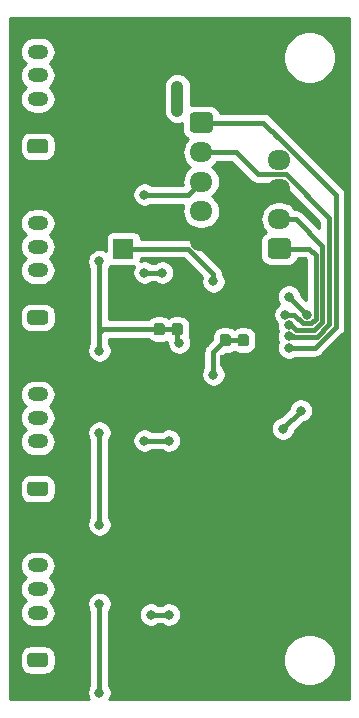
<source format=gbl>
%TF.GenerationSoftware,KiCad,Pcbnew,(5.1.6)-1*%
%TF.CreationDate,2020-11-23T19:54:06+09:00*%
%TF.ProjectId,HARP-Motor-Ctrl-Board,48415250-2d4d-46f7-946f-722d4374726c,rev?*%
%TF.SameCoordinates,Original*%
%TF.FileFunction,Copper,L2,Bot*%
%TF.FilePolarity,Positive*%
%FSLAX46Y46*%
G04 Gerber Fmt 4.6, Leading zero omitted, Abs format (unit mm)*
G04 Created by KiCad (PCBNEW (5.1.6)-1) date 2020-11-23 19:54:06*
%MOMM*%
%LPD*%
G01*
G04 APERTURE LIST*
%TA.AperFunction,ComponentPad*%
%ADD10O,1.750000X1.200000*%
%TD*%
%TA.AperFunction,ComponentPad*%
%ADD11O,1.950000X1.700000*%
%TD*%
%TA.AperFunction,ComponentPad*%
%ADD12R,1.700000X1.700000*%
%TD*%
%TA.AperFunction,ComponentPad*%
%ADD13O,1.700000X1.700000*%
%TD*%
%TA.AperFunction,ViaPad*%
%ADD14C,0.800000*%
%TD*%
%TA.AperFunction,Conductor*%
%ADD15C,0.406400*%
%TD*%
%TA.AperFunction,Conductor*%
%ADD16C,1.016000*%
%TD*%
%TA.AperFunction,Conductor*%
%ADD17C,0.254000*%
%TD*%
G04 APERTURE END LIST*
%TO.P,C1,1*%
%TO.N,+3V3*%
%TA.AperFunction,SMDPad,CuDef*%
G36*
G01*
X82533500Y-81523000D02*
X82058500Y-81523000D01*
G75*
G02*
X81821000Y-81285500I0J237500D01*
G01*
X81821000Y-80710500D01*
G75*
G02*
X82058500Y-80473000I237500J0D01*
G01*
X82533500Y-80473000D01*
G75*
G02*
X82771000Y-80710500I0J-237500D01*
G01*
X82771000Y-81285500D01*
G75*
G02*
X82533500Y-81523000I-237500J0D01*
G01*
G37*
%TD.AperFunction*%
%TO.P,C1,2*%
%TO.N,GND*%
%TA.AperFunction,SMDPad,CuDef*%
G36*
G01*
X82533500Y-79773000D02*
X82058500Y-79773000D01*
G75*
G02*
X81821000Y-79535500I0J237500D01*
G01*
X81821000Y-78960500D01*
G75*
G02*
X82058500Y-78723000I237500J0D01*
G01*
X82533500Y-78723000D01*
G75*
G02*
X82771000Y-78960500I0J-237500D01*
G01*
X82771000Y-79535500D01*
G75*
G02*
X82533500Y-79773000I-237500J0D01*
G01*
G37*
%TD.AperFunction*%
%TD*%
%TO.P,C2,2*%
%TO.N,GND*%
%TA.AperFunction,SMDPad,CuDef*%
G36*
G01*
X84057500Y-79773000D02*
X83582500Y-79773000D01*
G75*
G02*
X83345000Y-79535500I0J237500D01*
G01*
X83345000Y-78960500D01*
G75*
G02*
X83582500Y-78723000I237500J0D01*
G01*
X84057500Y-78723000D01*
G75*
G02*
X84295000Y-78960500I0J-237500D01*
G01*
X84295000Y-79535500D01*
G75*
G02*
X84057500Y-79773000I-237500J0D01*
G01*
G37*
%TD.AperFunction*%
%TO.P,C2,1*%
%TO.N,+3V3*%
%TA.AperFunction,SMDPad,CuDef*%
G36*
G01*
X84057500Y-81523000D02*
X83582500Y-81523000D01*
G75*
G02*
X83345000Y-81285500I0J237500D01*
G01*
X83345000Y-80710500D01*
G75*
G02*
X83582500Y-80473000I237500J0D01*
G01*
X84057500Y-80473000D01*
G75*
G02*
X84295000Y-80710500I0J-237500D01*
G01*
X84295000Y-81285500D01*
G75*
G02*
X84057500Y-81523000I-237500J0D01*
G01*
G37*
%TD.AperFunction*%
%TD*%
%TO.P,C4,1*%
%TO.N,+3V3*%
%TA.AperFunction,SMDPad,CuDef*%
G36*
G01*
X89170500Y-81404000D02*
X89645500Y-81404000D01*
G75*
G02*
X89883000Y-81641500I0J-237500D01*
G01*
X89883000Y-82216500D01*
G75*
G02*
X89645500Y-82454000I-237500J0D01*
G01*
X89170500Y-82454000D01*
G75*
G02*
X88933000Y-82216500I0J237500D01*
G01*
X88933000Y-81641500D01*
G75*
G02*
X89170500Y-81404000I237500J0D01*
G01*
G37*
%TD.AperFunction*%
%TO.P,C4,2*%
%TO.N,GND*%
%TA.AperFunction,SMDPad,CuDef*%
G36*
G01*
X89170500Y-83154000D02*
X89645500Y-83154000D01*
G75*
G02*
X89883000Y-83391500I0J-237500D01*
G01*
X89883000Y-83966500D01*
G75*
G02*
X89645500Y-84204000I-237500J0D01*
G01*
X89170500Y-84204000D01*
G75*
G02*
X88933000Y-83966500I0J237500D01*
G01*
X88933000Y-83391500D01*
G75*
G02*
X89170500Y-83154000I237500J0D01*
G01*
G37*
%TD.AperFunction*%
%TD*%
%TO.P,C5,2*%
%TO.N,GND*%
%TA.AperFunction,SMDPad,CuDef*%
G36*
G01*
X87646500Y-83154000D02*
X88121500Y-83154000D01*
G75*
G02*
X88359000Y-83391500I0J-237500D01*
G01*
X88359000Y-83966500D01*
G75*
G02*
X88121500Y-84204000I-237500J0D01*
G01*
X87646500Y-84204000D01*
G75*
G02*
X87409000Y-83966500I0J237500D01*
G01*
X87409000Y-83391500D01*
G75*
G02*
X87646500Y-83154000I237500J0D01*
G01*
G37*
%TD.AperFunction*%
%TO.P,C5,1*%
%TO.N,+3V3*%
%TA.AperFunction,SMDPad,CuDef*%
G36*
G01*
X87646500Y-81404000D02*
X88121500Y-81404000D01*
G75*
G02*
X88359000Y-81641500I0J-237500D01*
G01*
X88359000Y-82216500D01*
G75*
G02*
X88121500Y-82454000I-237500J0D01*
G01*
X87646500Y-82454000D01*
G75*
G02*
X87409000Y-82216500I0J237500D01*
G01*
X87409000Y-81641500D01*
G75*
G02*
X87646500Y-81404000I237500J0D01*
G01*
G37*
%TD.AperFunction*%
%TD*%
D10*
%TO.P,J1,5*%
%TO.N,+12V*%
X72000000Y-57500000D03*
%TO.P,J1,4*%
%TO.N,Net-(J1-Pad4)*%
X72000000Y-59500000D03*
%TO.P,J1,3*%
%TO.N,/DIR1*%
X72000000Y-61500000D03*
%TO.P,J1,2*%
%TO.N,GND*%
X72000000Y-63500000D03*
%TO.P,J1,1*%
%TO.N,/PWM1_INV*%
%TA.AperFunction,ComponentPad*%
G36*
G01*
X72625001Y-66100000D02*
X71374999Y-66100000D01*
G75*
G02*
X71125000Y-65850001I0J249999D01*
G01*
X71125000Y-65149999D01*
G75*
G02*
X71374999Y-64900000I249999J0D01*
G01*
X72625001Y-64900000D01*
G75*
G02*
X72875000Y-65149999I0J-249999D01*
G01*
X72875000Y-65850001D01*
G75*
G02*
X72625001Y-66100000I-249999J0D01*
G01*
G37*
%TD.AperFunction*%
%TD*%
%TO.P,J2,1*%
%TO.N,/SWCLK*%
%TA.AperFunction,ComponentPad*%
G36*
G01*
X93181000Y-75018000D02*
X91731000Y-75018000D01*
G75*
G02*
X91481000Y-74768000I0J250000D01*
G01*
X91481000Y-73568000D01*
G75*
G02*
X91731000Y-73318000I250000J0D01*
G01*
X93181000Y-73318000D01*
G75*
G02*
X93431000Y-73568000I0J-250000D01*
G01*
X93431000Y-74768000D01*
G75*
G02*
X93181000Y-75018000I-250000J0D01*
G01*
G37*
%TD.AperFunction*%
D11*
%TO.P,J2,2*%
%TO.N,/SWDIO*%
X92456000Y-71668000D03*
%TO.P,J2,3*%
%TO.N,GND*%
X92456000Y-69168000D03*
%TO.P,J2,4*%
%TO.N,+3V3*%
X92456000Y-66668000D03*
%TD*%
D12*
%TO.P,J3,1*%
%TO.N,/NRST*%
X79248000Y-74168000D03*
D13*
%TO.P,J3,2*%
%TO.N,GND*%
X79248000Y-71628000D03*
%TD*%
%TO.P,J4,1*%
%TO.N,/PWM2_INV*%
%TA.AperFunction,ComponentPad*%
G36*
G01*
X72625001Y-80600000D02*
X71374999Y-80600000D01*
G75*
G02*
X71125000Y-80350001I0J249999D01*
G01*
X71125000Y-79649999D01*
G75*
G02*
X71374999Y-79400000I249999J0D01*
G01*
X72625001Y-79400000D01*
G75*
G02*
X72875000Y-79649999I0J-249999D01*
G01*
X72875000Y-80350001D01*
G75*
G02*
X72625001Y-80600000I-249999J0D01*
G01*
G37*
%TD.AperFunction*%
D10*
%TO.P,J4,2*%
%TO.N,GND*%
X72000000Y-78000000D03*
%TO.P,J4,3*%
%TO.N,/DIR2*%
X72000000Y-76000000D03*
%TO.P,J4,4*%
%TO.N,Net-(J4-Pad4)*%
X72000000Y-74000000D03*
%TO.P,J4,5*%
%TO.N,+12V*%
X72000000Y-72000000D03*
%TD*%
%TO.P,J5,1*%
%TO.N,/TX*%
%TA.AperFunction,ComponentPad*%
G36*
G01*
X85127000Y-62650000D02*
X86577000Y-62650000D01*
G75*
G02*
X86827000Y-62900000I0J-250000D01*
G01*
X86827000Y-64100000D01*
G75*
G02*
X86577000Y-64350000I-250000J0D01*
G01*
X85127000Y-64350000D01*
G75*
G02*
X84877000Y-64100000I0J250000D01*
G01*
X84877000Y-62900000D01*
G75*
G02*
X85127000Y-62650000I250000J0D01*
G01*
G37*
%TD.AperFunction*%
D11*
%TO.P,J5,2*%
%TO.N,/RX*%
X85852000Y-66000000D03*
%TO.P,J5,3*%
%TO.N,+3V3*%
X85852000Y-68500000D03*
%TO.P,J5,4*%
%TO.N,+12V*%
X85852000Y-71000000D03*
%TO.P,J5,5*%
%TO.N,GND*%
X85852000Y-73500000D03*
%TD*%
D10*
%TO.P,J6,5*%
%TO.N,+12V*%
X72000000Y-86500000D03*
%TO.P,J6,4*%
%TO.N,Net-(J6-Pad4)*%
X72000000Y-88500000D03*
%TO.P,J6,3*%
%TO.N,/DIR3*%
X72000000Y-90500000D03*
%TO.P,J6,2*%
%TO.N,GND*%
X72000000Y-92500000D03*
%TO.P,J6,1*%
%TO.N,/PWM3_INV*%
%TA.AperFunction,ComponentPad*%
G36*
G01*
X72625001Y-95100000D02*
X71374999Y-95100000D01*
G75*
G02*
X71125000Y-94850001I0J249999D01*
G01*
X71125000Y-94149999D01*
G75*
G02*
X71374999Y-93900000I249999J0D01*
G01*
X72625001Y-93900000D01*
G75*
G02*
X72875000Y-94149999I0J-249999D01*
G01*
X72875000Y-94850001D01*
G75*
G02*
X72625001Y-95100000I-249999J0D01*
G01*
G37*
%TD.AperFunction*%
%TD*%
%TO.P,J7,1*%
%TO.N,/PWM4_INV*%
%TA.AperFunction,ComponentPad*%
G36*
G01*
X72625001Y-109600000D02*
X71374999Y-109600000D01*
G75*
G02*
X71125000Y-109350001I0J249999D01*
G01*
X71125000Y-108649999D01*
G75*
G02*
X71374999Y-108400000I249999J0D01*
G01*
X72625001Y-108400000D01*
G75*
G02*
X72875000Y-108649999I0J-249999D01*
G01*
X72875000Y-109350001D01*
G75*
G02*
X72625001Y-109600000I-249999J0D01*
G01*
G37*
%TD.AperFunction*%
%TO.P,J7,2*%
%TO.N,GND*%
X72000000Y-107000000D03*
%TO.P,J7,3*%
%TO.N,/DIR4*%
X72000000Y-105000000D03*
%TO.P,J7,4*%
%TO.N,Net-(J7-Pad4)*%
X72000000Y-103000000D03*
%TO.P,J7,5*%
%TO.N,+12V*%
X72000000Y-101000000D03*
%TD*%
D14*
%TO.N,+3V3*%
X83987428Y-82128572D03*
X81032400Y-69603872D03*
X77216000Y-75244400D03*
X77216000Y-82804000D03*
X77216000Y-89744400D03*
X77216000Y-97536000D03*
X77216000Y-104244400D03*
X77216000Y-111760000D03*
X86868000Y-84836000D03*
%TO.N,GND*%
X81000000Y-109000000D03*
X81000000Y-94500000D03*
X81000000Y-79500000D03*
X81000000Y-65500000D03*
X82804000Y-77724000D03*
X89408000Y-85344000D03*
X91948000Y-78232000D03*
%TO.N,/NRST*%
X86868000Y-76955600D03*
%TO.N,/DIR4*%
X81591210Y-105156000D03*
X83102410Y-105156000D03*
%TO.N,/DIR3*%
X81032400Y-90424000D03*
X83102410Y-90424000D03*
X92767209Y-89408000D03*
X94278409Y-87884000D03*
%TO.N,/DIR2*%
X81032400Y-76200000D03*
X82543600Y-76200000D03*
X93275209Y-78232000D03*
X94786409Y-79756000D03*
%TO.N,/TX*%
X93275209Y-82560927D03*
%TO.N,/RX*%
X93275209Y-81608524D03*
%TO.N,/SWDIO*%
X93275209Y-80656121D03*
%TO.N,/SWCLK*%
X92964000Y-79756000D03*
%TO.N,+12V*%
X83820000Y-60452000D03*
X83820000Y-62484000D03*
%TD*%
D15*
%TO.N,+3V3*%
X82296000Y-80998000D02*
X83820000Y-80998000D01*
X83820000Y-80998000D02*
X83820000Y-81961144D01*
X83820000Y-81961144D02*
X83987428Y-82128572D01*
X77216000Y-89744400D02*
X77216000Y-97536000D01*
X77216000Y-104244400D02*
X77216000Y-111760000D01*
X82296000Y-80998000D02*
X77498000Y-80998000D01*
X77216000Y-75244400D02*
X77216000Y-81280000D01*
X77498000Y-80998000D02*
X77216000Y-81280000D01*
X77216000Y-81280000D02*
X77216000Y-82804000D01*
X87884000Y-81929000D02*
X89408000Y-81929000D01*
X87884000Y-81929000D02*
X86868000Y-82945000D01*
X86868000Y-82945000D02*
X86868000Y-84836000D01*
X84748128Y-69603872D02*
X85852000Y-68500000D01*
X81032400Y-69603872D02*
X84748128Y-69603872D01*
%TO.N,/NRST*%
X83312000Y-74168000D02*
X84690010Y-74168000D01*
X86868000Y-76345990D02*
X86868000Y-76955600D01*
X84690010Y-74168000D02*
X86868000Y-76345990D01*
X83312000Y-74168000D02*
X79248000Y-74168000D01*
X83540323Y-74168000D02*
X83312000Y-74168000D01*
%TO.N,/DIR4*%
X81591210Y-105156000D02*
X83102410Y-105156000D01*
%TO.N,/DIR3*%
X81032400Y-90424000D02*
X83102410Y-90424000D01*
X92767209Y-89408000D02*
X92767209Y-89395200D01*
X92767209Y-89395200D02*
X94278409Y-87884000D01*
%TO.N,/DIR2*%
X81032400Y-76200000D02*
X82543600Y-76200000D01*
X93275209Y-78232000D02*
X93275209Y-78244800D01*
X93275209Y-78244800D02*
X94786409Y-79756000D01*
%TO.N,/TX*%
X97218440Y-80813087D02*
X97218440Y-69600450D01*
X93275209Y-82560927D02*
X95470600Y-82560927D01*
X95470600Y-82560927D02*
X97218440Y-80813087D01*
X91117990Y-63500000D02*
X92548995Y-64931005D01*
X85852000Y-63500000D02*
X91117990Y-63500000D01*
X97218440Y-69600450D02*
X92548995Y-64931005D01*
X92548995Y-64931005D02*
X92133990Y-64516000D01*
%TO.N,/RX*%
X96659630Y-71541640D02*
X92991600Y-67873610D01*
X96659630Y-80581621D02*
X96659630Y-71541640D01*
X95612032Y-81629219D02*
X96659630Y-80581621D01*
X93623921Y-81629220D02*
X95612032Y-81629219D01*
X93603223Y-81608524D02*
X93623921Y-81629220D01*
X93275209Y-81608524D02*
X93603223Y-81608524D01*
X88748780Y-66000000D02*
X90622390Y-67873610D01*
X85852000Y-66000000D02*
X88748780Y-66000000D01*
X92991600Y-67873610D02*
X90622390Y-67873610D01*
%TO.N,/SWDIO*%
X93855386Y-81070411D02*
X95380565Y-81070410D01*
X93275209Y-80656121D02*
X93441096Y-80656121D01*
X93441096Y-80656121D02*
X93855386Y-81070411D01*
X93837400Y-71668000D02*
X92456000Y-71668000D01*
X96100820Y-73931420D02*
X93837400Y-71668000D01*
X96100820Y-80350155D02*
X96100820Y-73931420D01*
X95380565Y-81070410D02*
X96100820Y-80350155D01*
%TO.N,/SWCLK*%
X95149098Y-80511601D02*
X95542010Y-80118689D01*
X94423720Y-80511601D02*
X95149098Y-80511601D01*
X92964000Y-79756000D02*
X93668119Y-79756000D01*
X93668119Y-79756000D02*
X94423720Y-80511601D01*
X95542010Y-80118689D02*
X95542010Y-74714010D01*
X94996000Y-74168000D02*
X92456000Y-74168000D01*
X95542010Y-74714010D02*
X94996000Y-74168000D01*
D16*
%TO.N,+12V*%
X83820000Y-60452000D02*
X83820000Y-62484000D01*
%TD*%
D17*
%TO.N,GND*%
G36*
X98340001Y-112340000D02*
G01*
X78073240Y-112340000D01*
X78133205Y-112250256D01*
X78211226Y-112061898D01*
X78251000Y-111861939D01*
X78251000Y-111658061D01*
X78211226Y-111458102D01*
X78133205Y-111269744D01*
X78054200Y-111151504D01*
X78054200Y-108779872D01*
X92765000Y-108779872D01*
X92765000Y-109220128D01*
X92850890Y-109651925D01*
X93019369Y-110058669D01*
X93263962Y-110424729D01*
X93575271Y-110736038D01*
X93941331Y-110980631D01*
X94348075Y-111149110D01*
X94779872Y-111235000D01*
X95220128Y-111235000D01*
X95651925Y-111149110D01*
X96058669Y-110980631D01*
X96424729Y-110736038D01*
X96736038Y-110424729D01*
X96980631Y-110058669D01*
X97149110Y-109651925D01*
X97235000Y-109220128D01*
X97235000Y-108779872D01*
X97149110Y-108348075D01*
X96980631Y-107941331D01*
X96736038Y-107575271D01*
X96424729Y-107263962D01*
X96058669Y-107019369D01*
X95651925Y-106850890D01*
X95220128Y-106765000D01*
X94779872Y-106765000D01*
X94348075Y-106850890D01*
X93941331Y-107019369D01*
X93575271Y-107263962D01*
X93263962Y-107575271D01*
X93019369Y-107941331D01*
X92850890Y-108348075D01*
X92765000Y-108779872D01*
X78054200Y-108779872D01*
X78054200Y-105054061D01*
X80556210Y-105054061D01*
X80556210Y-105257939D01*
X80595984Y-105457898D01*
X80674005Y-105646256D01*
X80787273Y-105815774D01*
X80931436Y-105959937D01*
X81100954Y-106073205D01*
X81289312Y-106151226D01*
X81489271Y-106191000D01*
X81693149Y-106191000D01*
X81893108Y-106151226D01*
X82081466Y-106073205D01*
X82199706Y-105994200D01*
X82493914Y-105994200D01*
X82612154Y-106073205D01*
X82800512Y-106151226D01*
X83000471Y-106191000D01*
X83204349Y-106191000D01*
X83404308Y-106151226D01*
X83592666Y-106073205D01*
X83762184Y-105959937D01*
X83906347Y-105815774D01*
X84019615Y-105646256D01*
X84097636Y-105457898D01*
X84137410Y-105257939D01*
X84137410Y-105054061D01*
X84097636Y-104854102D01*
X84019615Y-104665744D01*
X83906347Y-104496226D01*
X83762184Y-104352063D01*
X83592666Y-104238795D01*
X83404308Y-104160774D01*
X83204349Y-104121000D01*
X83000471Y-104121000D01*
X82800512Y-104160774D01*
X82612154Y-104238795D01*
X82493914Y-104317800D01*
X82199706Y-104317800D01*
X82081466Y-104238795D01*
X81893108Y-104160774D01*
X81693149Y-104121000D01*
X81489271Y-104121000D01*
X81289312Y-104160774D01*
X81100954Y-104238795D01*
X80931436Y-104352063D01*
X80787273Y-104496226D01*
X80674005Y-104665744D01*
X80595984Y-104854102D01*
X80556210Y-105054061D01*
X78054200Y-105054061D01*
X78054200Y-104852896D01*
X78133205Y-104734656D01*
X78211226Y-104546298D01*
X78251000Y-104346339D01*
X78251000Y-104142461D01*
X78211226Y-103942502D01*
X78133205Y-103754144D01*
X78019937Y-103584626D01*
X77875774Y-103440463D01*
X77706256Y-103327195D01*
X77517898Y-103249174D01*
X77317939Y-103209400D01*
X77114061Y-103209400D01*
X76914102Y-103249174D01*
X76725744Y-103327195D01*
X76556226Y-103440463D01*
X76412063Y-103584626D01*
X76298795Y-103754144D01*
X76220774Y-103942502D01*
X76181000Y-104142461D01*
X76181000Y-104346339D01*
X76220774Y-104546298D01*
X76298795Y-104734656D01*
X76377800Y-104852896D01*
X76377801Y-111151503D01*
X76298795Y-111269744D01*
X76220774Y-111458102D01*
X76181000Y-111658061D01*
X76181000Y-111861939D01*
X76220774Y-112061898D01*
X76298795Y-112250256D01*
X76358760Y-112340000D01*
X69660000Y-112340000D01*
X69660000Y-108649999D01*
X70486928Y-108649999D01*
X70486928Y-109350001D01*
X70503992Y-109523255D01*
X70554528Y-109689851D01*
X70636595Y-109843387D01*
X70747038Y-109977962D01*
X70881613Y-110088405D01*
X71035149Y-110170472D01*
X71201745Y-110221008D01*
X71374999Y-110238072D01*
X72625001Y-110238072D01*
X72798255Y-110221008D01*
X72964851Y-110170472D01*
X73118387Y-110088405D01*
X73252962Y-109977962D01*
X73363405Y-109843387D01*
X73445472Y-109689851D01*
X73496008Y-109523255D01*
X73513072Y-109350001D01*
X73513072Y-108649999D01*
X73496008Y-108476745D01*
X73445472Y-108310149D01*
X73363405Y-108156613D01*
X73252962Y-108022038D01*
X73118387Y-107911595D01*
X72964851Y-107829528D01*
X72798255Y-107778992D01*
X72625001Y-107761928D01*
X71374999Y-107761928D01*
X71201745Y-107778992D01*
X71035149Y-107829528D01*
X70881613Y-107911595D01*
X70747038Y-108022038D01*
X70636595Y-108156613D01*
X70554528Y-108310149D01*
X70503992Y-108476745D01*
X70486928Y-108649999D01*
X69660000Y-108649999D01*
X69660000Y-101000000D01*
X70484025Y-101000000D01*
X70507870Y-101242102D01*
X70578489Y-101474901D01*
X70693167Y-101689449D01*
X70847498Y-101877502D01*
X70996762Y-102000000D01*
X70847498Y-102122498D01*
X70693167Y-102310551D01*
X70578489Y-102525099D01*
X70507870Y-102757898D01*
X70484025Y-103000000D01*
X70507870Y-103242102D01*
X70578489Y-103474901D01*
X70693167Y-103689449D01*
X70847498Y-103877502D01*
X70996762Y-104000000D01*
X70847498Y-104122498D01*
X70693167Y-104310551D01*
X70578489Y-104525099D01*
X70507870Y-104757898D01*
X70484025Y-105000000D01*
X70507870Y-105242102D01*
X70578489Y-105474901D01*
X70693167Y-105689449D01*
X70847498Y-105877502D01*
X71035551Y-106031833D01*
X71250099Y-106146511D01*
X71482898Y-106217130D01*
X71664335Y-106235000D01*
X72335665Y-106235000D01*
X72517102Y-106217130D01*
X72749901Y-106146511D01*
X72964449Y-106031833D01*
X73152502Y-105877502D01*
X73306833Y-105689449D01*
X73421511Y-105474901D01*
X73492130Y-105242102D01*
X73515975Y-105000000D01*
X73492130Y-104757898D01*
X73421511Y-104525099D01*
X73306833Y-104310551D01*
X73152502Y-104122498D01*
X73003238Y-104000000D01*
X73152502Y-103877502D01*
X73306833Y-103689449D01*
X73421511Y-103474901D01*
X73492130Y-103242102D01*
X73515975Y-103000000D01*
X73492130Y-102757898D01*
X73421511Y-102525099D01*
X73306833Y-102310551D01*
X73152502Y-102122498D01*
X73003238Y-102000000D01*
X73152502Y-101877502D01*
X73306833Y-101689449D01*
X73421511Y-101474901D01*
X73492130Y-101242102D01*
X73515975Y-101000000D01*
X73492130Y-100757898D01*
X73421511Y-100525099D01*
X73306833Y-100310551D01*
X73152502Y-100122498D01*
X72964449Y-99968167D01*
X72749901Y-99853489D01*
X72517102Y-99782870D01*
X72335665Y-99765000D01*
X71664335Y-99765000D01*
X71482898Y-99782870D01*
X71250099Y-99853489D01*
X71035551Y-99968167D01*
X70847498Y-100122498D01*
X70693167Y-100310551D01*
X70578489Y-100525099D01*
X70507870Y-100757898D01*
X70484025Y-101000000D01*
X69660000Y-101000000D01*
X69660000Y-94149999D01*
X70486928Y-94149999D01*
X70486928Y-94850001D01*
X70503992Y-95023255D01*
X70554528Y-95189851D01*
X70636595Y-95343387D01*
X70747038Y-95477962D01*
X70881613Y-95588405D01*
X71035149Y-95670472D01*
X71201745Y-95721008D01*
X71374999Y-95738072D01*
X72625001Y-95738072D01*
X72798255Y-95721008D01*
X72964851Y-95670472D01*
X73118387Y-95588405D01*
X73252962Y-95477962D01*
X73363405Y-95343387D01*
X73445472Y-95189851D01*
X73496008Y-95023255D01*
X73513072Y-94850001D01*
X73513072Y-94149999D01*
X73496008Y-93976745D01*
X73445472Y-93810149D01*
X73363405Y-93656613D01*
X73252962Y-93522038D01*
X73118387Y-93411595D01*
X72964851Y-93329528D01*
X72798255Y-93278992D01*
X72625001Y-93261928D01*
X71374999Y-93261928D01*
X71201745Y-93278992D01*
X71035149Y-93329528D01*
X70881613Y-93411595D01*
X70747038Y-93522038D01*
X70636595Y-93656613D01*
X70554528Y-93810149D01*
X70503992Y-93976745D01*
X70486928Y-94149999D01*
X69660000Y-94149999D01*
X69660000Y-86500000D01*
X70484025Y-86500000D01*
X70507870Y-86742102D01*
X70578489Y-86974901D01*
X70693167Y-87189449D01*
X70847498Y-87377502D01*
X70996762Y-87500000D01*
X70847498Y-87622498D01*
X70693167Y-87810551D01*
X70578489Y-88025099D01*
X70507870Y-88257898D01*
X70484025Y-88500000D01*
X70507870Y-88742102D01*
X70578489Y-88974901D01*
X70693167Y-89189449D01*
X70847498Y-89377502D01*
X70996762Y-89500000D01*
X70847498Y-89622498D01*
X70693167Y-89810551D01*
X70578489Y-90025099D01*
X70507870Y-90257898D01*
X70484025Y-90500000D01*
X70507870Y-90742102D01*
X70578489Y-90974901D01*
X70693167Y-91189449D01*
X70847498Y-91377502D01*
X71035551Y-91531833D01*
X71250099Y-91646511D01*
X71482898Y-91717130D01*
X71664335Y-91735000D01*
X72335665Y-91735000D01*
X72517102Y-91717130D01*
X72749901Y-91646511D01*
X72964449Y-91531833D01*
X73152502Y-91377502D01*
X73306833Y-91189449D01*
X73421511Y-90974901D01*
X73492130Y-90742102D01*
X73515975Y-90500000D01*
X73492130Y-90257898D01*
X73421511Y-90025099D01*
X73306833Y-89810551D01*
X73168886Y-89642461D01*
X76181000Y-89642461D01*
X76181000Y-89846339D01*
X76220774Y-90046298D01*
X76298795Y-90234656D01*
X76377800Y-90352896D01*
X76377801Y-96927503D01*
X76298795Y-97045744D01*
X76220774Y-97234102D01*
X76181000Y-97434061D01*
X76181000Y-97637939D01*
X76220774Y-97837898D01*
X76298795Y-98026256D01*
X76412063Y-98195774D01*
X76556226Y-98339937D01*
X76725744Y-98453205D01*
X76914102Y-98531226D01*
X77114061Y-98571000D01*
X77317939Y-98571000D01*
X77517898Y-98531226D01*
X77706256Y-98453205D01*
X77875774Y-98339937D01*
X78019937Y-98195774D01*
X78133205Y-98026256D01*
X78211226Y-97837898D01*
X78251000Y-97637939D01*
X78251000Y-97434061D01*
X78211226Y-97234102D01*
X78133205Y-97045744D01*
X78054200Y-96927504D01*
X78054200Y-90352896D01*
X78074803Y-90322061D01*
X79997400Y-90322061D01*
X79997400Y-90525939D01*
X80037174Y-90725898D01*
X80115195Y-90914256D01*
X80228463Y-91083774D01*
X80372626Y-91227937D01*
X80542144Y-91341205D01*
X80730502Y-91419226D01*
X80930461Y-91459000D01*
X81134339Y-91459000D01*
X81334298Y-91419226D01*
X81522656Y-91341205D01*
X81640896Y-91262200D01*
X82493914Y-91262200D01*
X82612154Y-91341205D01*
X82800512Y-91419226D01*
X83000471Y-91459000D01*
X83204349Y-91459000D01*
X83404308Y-91419226D01*
X83592666Y-91341205D01*
X83762184Y-91227937D01*
X83906347Y-91083774D01*
X84019615Y-90914256D01*
X84097636Y-90725898D01*
X84137410Y-90525939D01*
X84137410Y-90322061D01*
X84097636Y-90122102D01*
X84019615Y-89933744D01*
X83906347Y-89764226D01*
X83762184Y-89620063D01*
X83592666Y-89506795D01*
X83404308Y-89428774D01*
X83204349Y-89389000D01*
X83000471Y-89389000D01*
X82800512Y-89428774D01*
X82612154Y-89506795D01*
X82493914Y-89585800D01*
X81640896Y-89585800D01*
X81522656Y-89506795D01*
X81334298Y-89428774D01*
X81134339Y-89389000D01*
X80930461Y-89389000D01*
X80730502Y-89428774D01*
X80542144Y-89506795D01*
X80372626Y-89620063D01*
X80228463Y-89764226D01*
X80115195Y-89933744D01*
X80037174Y-90122102D01*
X79997400Y-90322061D01*
X78074803Y-90322061D01*
X78133205Y-90234656D01*
X78211226Y-90046298D01*
X78251000Y-89846339D01*
X78251000Y-89642461D01*
X78211226Y-89442502D01*
X78154710Y-89306061D01*
X91732209Y-89306061D01*
X91732209Y-89509939D01*
X91771983Y-89709898D01*
X91850004Y-89898256D01*
X91963272Y-90067774D01*
X92107435Y-90211937D01*
X92276953Y-90325205D01*
X92465311Y-90403226D01*
X92665270Y-90443000D01*
X92869148Y-90443000D01*
X93069107Y-90403226D01*
X93257465Y-90325205D01*
X93426983Y-90211937D01*
X93571146Y-90067774D01*
X93684414Y-89898256D01*
X93762435Y-89709898D01*
X93793356Y-89554446D01*
X94440833Y-88906969D01*
X94580307Y-88879226D01*
X94768665Y-88801205D01*
X94938183Y-88687937D01*
X95082346Y-88543774D01*
X95195614Y-88374256D01*
X95273635Y-88185898D01*
X95313409Y-87985939D01*
X95313409Y-87782061D01*
X95273635Y-87582102D01*
X95195614Y-87393744D01*
X95082346Y-87224226D01*
X94938183Y-87080063D01*
X94768665Y-86966795D01*
X94580307Y-86888774D01*
X94380348Y-86849000D01*
X94176470Y-86849000D01*
X93976511Y-86888774D01*
X93788153Y-86966795D01*
X93618635Y-87080063D01*
X93474472Y-87224226D01*
X93361204Y-87393744D01*
X93283183Y-87582102D01*
X93255440Y-87721576D01*
X92588807Y-88388209D01*
X92465311Y-88412774D01*
X92276953Y-88490795D01*
X92107435Y-88604063D01*
X91963272Y-88748226D01*
X91850004Y-88917744D01*
X91771983Y-89106102D01*
X91732209Y-89306061D01*
X78154710Y-89306061D01*
X78133205Y-89254144D01*
X78019937Y-89084626D01*
X77875774Y-88940463D01*
X77706256Y-88827195D01*
X77517898Y-88749174D01*
X77317939Y-88709400D01*
X77114061Y-88709400D01*
X76914102Y-88749174D01*
X76725744Y-88827195D01*
X76556226Y-88940463D01*
X76412063Y-89084626D01*
X76298795Y-89254144D01*
X76220774Y-89442502D01*
X76181000Y-89642461D01*
X73168886Y-89642461D01*
X73152502Y-89622498D01*
X73003238Y-89500000D01*
X73152502Y-89377502D01*
X73306833Y-89189449D01*
X73421511Y-88974901D01*
X73492130Y-88742102D01*
X73515975Y-88500000D01*
X73492130Y-88257898D01*
X73421511Y-88025099D01*
X73306833Y-87810551D01*
X73152502Y-87622498D01*
X73003238Y-87500000D01*
X73152502Y-87377502D01*
X73306833Y-87189449D01*
X73421511Y-86974901D01*
X73492130Y-86742102D01*
X73515975Y-86500000D01*
X73492130Y-86257898D01*
X73421511Y-86025099D01*
X73306833Y-85810551D01*
X73152502Y-85622498D01*
X72964449Y-85468167D01*
X72749901Y-85353489D01*
X72517102Y-85282870D01*
X72335665Y-85265000D01*
X71664335Y-85265000D01*
X71482898Y-85282870D01*
X71250099Y-85353489D01*
X71035551Y-85468167D01*
X70847498Y-85622498D01*
X70693167Y-85810551D01*
X70578489Y-86025099D01*
X70507870Y-86257898D01*
X70484025Y-86500000D01*
X69660000Y-86500000D01*
X69660000Y-84734061D01*
X85833000Y-84734061D01*
X85833000Y-84937939D01*
X85872774Y-85137898D01*
X85950795Y-85326256D01*
X86064063Y-85495774D01*
X86208226Y-85639937D01*
X86377744Y-85753205D01*
X86566102Y-85831226D01*
X86766061Y-85871000D01*
X86969939Y-85871000D01*
X87169898Y-85831226D01*
X87358256Y-85753205D01*
X87527774Y-85639937D01*
X87671937Y-85495774D01*
X87785205Y-85326256D01*
X87863226Y-85137898D01*
X87903000Y-84937939D01*
X87903000Y-84734061D01*
X87863226Y-84534102D01*
X87785205Y-84345744D01*
X87706200Y-84227504D01*
X87706200Y-83292193D01*
X87906321Y-83092072D01*
X88121500Y-83092072D01*
X88292316Y-83075248D01*
X88456567Y-83025423D01*
X88607942Y-82944512D01*
X88646000Y-82913278D01*
X88684058Y-82944512D01*
X88835433Y-83025423D01*
X88999684Y-83075248D01*
X89170500Y-83092072D01*
X89645500Y-83092072D01*
X89816316Y-83075248D01*
X89980567Y-83025423D01*
X90131942Y-82944512D01*
X90264623Y-82835623D01*
X90373512Y-82702942D01*
X90454423Y-82551567D01*
X90504248Y-82387316D01*
X90521072Y-82216500D01*
X90521072Y-81641500D01*
X90504248Y-81470684D01*
X90454423Y-81306433D01*
X90373512Y-81155058D01*
X90264623Y-81022377D01*
X90131942Y-80913488D01*
X89980567Y-80832577D01*
X89816316Y-80782752D01*
X89645500Y-80765928D01*
X89170500Y-80765928D01*
X88999684Y-80782752D01*
X88835433Y-80832577D01*
X88684058Y-80913488D01*
X88646000Y-80944722D01*
X88607942Y-80913488D01*
X88456567Y-80832577D01*
X88292316Y-80782752D01*
X88121500Y-80765928D01*
X87646500Y-80765928D01*
X87475684Y-80782752D01*
X87311433Y-80832577D01*
X87160058Y-80913488D01*
X87027377Y-81022377D01*
X86918488Y-81155058D01*
X86837577Y-81306433D01*
X86787752Y-81470684D01*
X86770928Y-81641500D01*
X86770928Y-81856679D01*
X86304418Y-82323189D01*
X86272436Y-82349436D01*
X86167691Y-82477069D01*
X86089858Y-82622684D01*
X86041929Y-82780685D01*
X86029800Y-82903831D01*
X86029800Y-82903837D01*
X86025746Y-82945000D01*
X86029800Y-82986163D01*
X86029801Y-84227503D01*
X85950795Y-84345744D01*
X85872774Y-84534102D01*
X85833000Y-84734061D01*
X69660000Y-84734061D01*
X69660000Y-79649999D01*
X70486928Y-79649999D01*
X70486928Y-80350001D01*
X70503992Y-80523255D01*
X70554528Y-80689851D01*
X70636595Y-80843387D01*
X70747038Y-80977962D01*
X70881613Y-81088405D01*
X71035149Y-81170472D01*
X71201745Y-81221008D01*
X71374999Y-81238072D01*
X72625001Y-81238072D01*
X72798255Y-81221008D01*
X72964851Y-81170472D01*
X73118387Y-81088405D01*
X73252962Y-80977962D01*
X73363405Y-80843387D01*
X73445472Y-80689851D01*
X73496008Y-80523255D01*
X73513072Y-80350001D01*
X73513072Y-79649999D01*
X73496008Y-79476745D01*
X73445472Y-79310149D01*
X73363405Y-79156613D01*
X73252962Y-79022038D01*
X73118387Y-78911595D01*
X72964851Y-78829528D01*
X72798255Y-78778992D01*
X72625001Y-78761928D01*
X71374999Y-78761928D01*
X71201745Y-78778992D01*
X71035149Y-78829528D01*
X70881613Y-78911595D01*
X70747038Y-79022038D01*
X70636595Y-79156613D01*
X70554528Y-79310149D01*
X70503992Y-79476745D01*
X70486928Y-79649999D01*
X69660000Y-79649999D01*
X69660000Y-72000000D01*
X70484025Y-72000000D01*
X70507870Y-72242102D01*
X70578489Y-72474901D01*
X70693167Y-72689449D01*
X70847498Y-72877502D01*
X70996762Y-73000000D01*
X70847498Y-73122498D01*
X70693167Y-73310551D01*
X70578489Y-73525099D01*
X70507870Y-73757898D01*
X70484025Y-74000000D01*
X70507870Y-74242102D01*
X70578489Y-74474901D01*
X70693167Y-74689449D01*
X70847498Y-74877502D01*
X70996762Y-75000000D01*
X70847498Y-75122498D01*
X70693167Y-75310551D01*
X70578489Y-75525099D01*
X70507870Y-75757898D01*
X70484025Y-76000000D01*
X70507870Y-76242102D01*
X70578489Y-76474901D01*
X70693167Y-76689449D01*
X70847498Y-76877502D01*
X71035551Y-77031833D01*
X71250099Y-77146511D01*
X71482898Y-77217130D01*
X71664335Y-77235000D01*
X72335665Y-77235000D01*
X72517102Y-77217130D01*
X72749901Y-77146511D01*
X72964449Y-77031833D01*
X73152502Y-76877502D01*
X73306833Y-76689449D01*
X73421511Y-76474901D01*
X73492130Y-76242102D01*
X73515975Y-76000000D01*
X73492130Y-75757898D01*
X73421511Y-75525099D01*
X73306833Y-75310551D01*
X73168886Y-75142461D01*
X76181000Y-75142461D01*
X76181000Y-75346339D01*
X76220774Y-75546298D01*
X76298795Y-75734656D01*
X76377800Y-75852896D01*
X76377801Y-81238821D01*
X76377800Y-81238831D01*
X76377800Y-81238837D01*
X76373746Y-81280000D01*
X76377800Y-81321163D01*
X76377801Y-82195503D01*
X76298795Y-82313744D01*
X76220774Y-82502102D01*
X76181000Y-82702061D01*
X76181000Y-82905939D01*
X76220774Y-83105898D01*
X76298795Y-83294256D01*
X76412063Y-83463774D01*
X76556226Y-83607937D01*
X76725744Y-83721205D01*
X76914102Y-83799226D01*
X77114061Y-83839000D01*
X77317939Y-83839000D01*
X77517898Y-83799226D01*
X77706256Y-83721205D01*
X77875774Y-83607937D01*
X78019937Y-83463774D01*
X78133205Y-83294256D01*
X78211226Y-83105898D01*
X78251000Y-82905939D01*
X78251000Y-82702061D01*
X78211226Y-82502102D01*
X78133205Y-82313744D01*
X78054200Y-82195504D01*
X78054200Y-81836200D01*
X81383223Y-81836200D01*
X81439377Y-81904623D01*
X81572058Y-82013512D01*
X81723433Y-82094423D01*
X81887684Y-82144248D01*
X82058500Y-82161072D01*
X82533500Y-82161072D01*
X82704316Y-82144248D01*
X82868567Y-82094423D01*
X82952428Y-82049599D01*
X82952428Y-82230511D01*
X82992202Y-82430470D01*
X83070223Y-82618828D01*
X83183491Y-82788346D01*
X83327654Y-82932509D01*
X83497172Y-83045777D01*
X83685530Y-83123798D01*
X83885489Y-83163572D01*
X84089367Y-83163572D01*
X84289326Y-83123798D01*
X84477684Y-83045777D01*
X84647202Y-82932509D01*
X84791365Y-82788346D01*
X84904633Y-82618828D01*
X84982654Y-82430470D01*
X85022428Y-82230511D01*
X85022428Y-82026633D01*
X84982654Y-81826674D01*
X84904633Y-81638316D01*
X84874651Y-81593444D01*
X84916248Y-81456316D01*
X84933072Y-81285500D01*
X84933072Y-80710500D01*
X84916248Y-80539684D01*
X84866423Y-80375433D01*
X84785512Y-80224058D01*
X84676623Y-80091377D01*
X84543942Y-79982488D01*
X84392567Y-79901577D01*
X84228316Y-79851752D01*
X84057500Y-79834928D01*
X83582500Y-79834928D01*
X83411684Y-79851752D01*
X83247433Y-79901577D01*
X83096058Y-79982488D01*
X83058000Y-80013722D01*
X83019942Y-79982488D01*
X82868567Y-79901577D01*
X82704316Y-79851752D01*
X82533500Y-79834928D01*
X82058500Y-79834928D01*
X81887684Y-79851752D01*
X81723433Y-79901577D01*
X81572058Y-79982488D01*
X81439377Y-80091377D01*
X81383223Y-80159800D01*
X78054200Y-80159800D01*
X78054200Y-75852896D01*
X78133205Y-75734656D01*
X78182296Y-75616140D01*
X78273518Y-75643812D01*
X78398000Y-75656072D01*
X80098000Y-75656072D01*
X80154795Y-75650478D01*
X80115195Y-75709744D01*
X80037174Y-75898102D01*
X79997400Y-76098061D01*
X79997400Y-76301939D01*
X80037174Y-76501898D01*
X80115195Y-76690256D01*
X80228463Y-76859774D01*
X80372626Y-77003937D01*
X80542144Y-77117205D01*
X80730502Y-77195226D01*
X80930461Y-77235000D01*
X81134339Y-77235000D01*
X81334298Y-77195226D01*
X81522656Y-77117205D01*
X81640896Y-77038200D01*
X81935104Y-77038200D01*
X82053344Y-77117205D01*
X82241702Y-77195226D01*
X82441661Y-77235000D01*
X82645539Y-77235000D01*
X82845498Y-77195226D01*
X83033856Y-77117205D01*
X83203374Y-77003937D01*
X83347537Y-76859774D01*
X83460805Y-76690256D01*
X83538826Y-76501898D01*
X83578600Y-76301939D01*
X83578600Y-76098061D01*
X83538826Y-75898102D01*
X83460805Y-75709744D01*
X83347537Y-75540226D01*
X83203374Y-75396063D01*
X83033856Y-75282795D01*
X82845498Y-75204774D01*
X82645539Y-75165000D01*
X82441661Y-75165000D01*
X82241702Y-75204774D01*
X82053344Y-75282795D01*
X81935104Y-75361800D01*
X81640896Y-75361800D01*
X81522656Y-75282795D01*
X81334298Y-75204774D01*
X81134339Y-75165000D01*
X80930461Y-75165000D01*
X80730502Y-75204774D01*
X80701239Y-75216895D01*
X80723812Y-75142482D01*
X80736072Y-75018000D01*
X80736072Y-75006200D01*
X84342817Y-75006200D01*
X85907202Y-76570586D01*
X85872774Y-76653702D01*
X85833000Y-76853661D01*
X85833000Y-77057539D01*
X85872774Y-77257498D01*
X85950795Y-77445856D01*
X86064063Y-77615374D01*
X86208226Y-77759537D01*
X86377744Y-77872805D01*
X86566102Y-77950826D01*
X86766061Y-77990600D01*
X86969939Y-77990600D01*
X87169898Y-77950826D01*
X87358256Y-77872805D01*
X87527774Y-77759537D01*
X87671937Y-77615374D01*
X87785205Y-77445856D01*
X87863226Y-77257498D01*
X87903000Y-77057539D01*
X87903000Y-76853661D01*
X87863226Y-76653702D01*
X87785205Y-76465344D01*
X87709638Y-76352249D01*
X87710254Y-76345990D01*
X87706200Y-76304827D01*
X87706200Y-76304820D01*
X87694071Y-76181674D01*
X87646142Y-76023673D01*
X87568309Y-75878058D01*
X87463564Y-75750426D01*
X87431589Y-75724185D01*
X85311821Y-73604418D01*
X85285574Y-73572436D01*
X85157942Y-73467691D01*
X85012327Y-73389858D01*
X84854326Y-73341929D01*
X84731180Y-73329800D01*
X84731173Y-73329800D01*
X84690010Y-73325746D01*
X84648847Y-73329800D01*
X80736072Y-73329800D01*
X80736072Y-73318000D01*
X80723812Y-73193518D01*
X80687502Y-73073820D01*
X80628537Y-72963506D01*
X80549185Y-72866815D01*
X80452494Y-72787463D01*
X80342180Y-72728498D01*
X80222482Y-72692188D01*
X80098000Y-72679928D01*
X78398000Y-72679928D01*
X78273518Y-72692188D01*
X78153820Y-72728498D01*
X78043506Y-72787463D01*
X77946815Y-72866815D01*
X77867463Y-72963506D01*
X77808498Y-73073820D01*
X77772188Y-73193518D01*
X77759928Y-73318000D01*
X77759928Y-74363057D01*
X77706256Y-74327195D01*
X77517898Y-74249174D01*
X77317939Y-74209400D01*
X77114061Y-74209400D01*
X76914102Y-74249174D01*
X76725744Y-74327195D01*
X76556226Y-74440463D01*
X76412063Y-74584626D01*
X76298795Y-74754144D01*
X76220774Y-74942502D01*
X76181000Y-75142461D01*
X73168886Y-75142461D01*
X73152502Y-75122498D01*
X73003238Y-75000000D01*
X73152502Y-74877502D01*
X73306833Y-74689449D01*
X73421511Y-74474901D01*
X73492130Y-74242102D01*
X73515975Y-74000000D01*
X73492130Y-73757898D01*
X73421511Y-73525099D01*
X73306833Y-73310551D01*
X73152502Y-73122498D01*
X73003238Y-73000000D01*
X73152502Y-72877502D01*
X73306833Y-72689449D01*
X73421511Y-72474901D01*
X73492130Y-72242102D01*
X73515975Y-72000000D01*
X73492130Y-71757898D01*
X73421511Y-71525099D01*
X73306833Y-71310551D01*
X73152502Y-71122498D01*
X72964449Y-70968167D01*
X72749901Y-70853489D01*
X72517102Y-70782870D01*
X72335665Y-70765000D01*
X71664335Y-70765000D01*
X71482898Y-70782870D01*
X71250099Y-70853489D01*
X71035551Y-70968167D01*
X70847498Y-71122498D01*
X70693167Y-71310551D01*
X70578489Y-71525099D01*
X70507870Y-71757898D01*
X70484025Y-72000000D01*
X69660000Y-72000000D01*
X69660000Y-69501933D01*
X79997400Y-69501933D01*
X79997400Y-69705811D01*
X80037174Y-69905770D01*
X80115195Y-70094128D01*
X80228463Y-70263646D01*
X80372626Y-70407809D01*
X80542144Y-70521077D01*
X80730502Y-70599098D01*
X80930461Y-70638872D01*
X81134339Y-70638872D01*
X81334298Y-70599098D01*
X81522656Y-70521077D01*
X81640896Y-70442072D01*
X84344425Y-70442072D01*
X84263487Y-70708889D01*
X84234815Y-71000000D01*
X84263487Y-71291111D01*
X84348401Y-71571034D01*
X84486294Y-71829014D01*
X84671866Y-72055134D01*
X84897986Y-72240706D01*
X85155966Y-72378599D01*
X85435889Y-72463513D01*
X85654050Y-72485000D01*
X86049950Y-72485000D01*
X86268111Y-72463513D01*
X86548034Y-72378599D01*
X86806014Y-72240706D01*
X87032134Y-72055134D01*
X87217706Y-71829014D01*
X87355599Y-71571034D01*
X87440513Y-71291111D01*
X87469185Y-71000000D01*
X87440513Y-70708889D01*
X87355599Y-70428966D01*
X87217706Y-70170986D01*
X87032134Y-69944866D01*
X86806014Y-69759294D01*
X86788626Y-69750000D01*
X86806014Y-69740706D01*
X87032134Y-69555134D01*
X87217706Y-69329014D01*
X87355599Y-69071034D01*
X87440513Y-68791111D01*
X87469185Y-68500000D01*
X87440513Y-68208889D01*
X87355599Y-67928966D01*
X87217706Y-67670986D01*
X87032134Y-67444866D01*
X86806014Y-67259294D01*
X86788626Y-67250000D01*
X86806014Y-67240706D01*
X87032134Y-67055134D01*
X87210167Y-66838200D01*
X88401587Y-66838200D01*
X90000581Y-68437195D01*
X90026826Y-68469174D01*
X90058802Y-68495416D01*
X90058804Y-68495418D01*
X90148308Y-68568872D01*
X90154458Y-68573919D01*
X90300073Y-68651752D01*
X90458074Y-68699681D01*
X90581220Y-68711810D01*
X90581227Y-68711810D01*
X90622390Y-68715864D01*
X90663553Y-68711810D01*
X92644407Y-68711810D01*
X95821431Y-71888835D01*
X95821431Y-72466637D01*
X94459211Y-71104418D01*
X94432964Y-71072436D01*
X94305332Y-70967691D01*
X94159717Y-70889858D01*
X94001716Y-70841929D01*
X93878570Y-70829800D01*
X93878563Y-70829800D01*
X93837400Y-70825746D01*
X93812826Y-70828166D01*
X93636134Y-70612866D01*
X93410014Y-70427294D01*
X93152034Y-70289401D01*
X92872111Y-70204487D01*
X92653950Y-70183000D01*
X92258050Y-70183000D01*
X92039889Y-70204487D01*
X91759966Y-70289401D01*
X91501986Y-70427294D01*
X91275866Y-70612866D01*
X91090294Y-70838986D01*
X90952401Y-71096966D01*
X90867487Y-71376889D01*
X90838815Y-71668000D01*
X90867487Y-71959111D01*
X90952401Y-72239034D01*
X91090294Y-72497014D01*
X91275866Y-72723134D01*
X91339337Y-72775223D01*
X91237614Y-72829595D01*
X91103038Y-72940038D01*
X90992595Y-73074614D01*
X90910528Y-73228150D01*
X90859992Y-73394746D01*
X90842928Y-73568000D01*
X90842928Y-74768000D01*
X90859992Y-74941254D01*
X90910528Y-75107850D01*
X90992595Y-75261386D01*
X91103038Y-75395962D01*
X91237614Y-75506405D01*
X91391150Y-75588472D01*
X91557746Y-75639008D01*
X91731000Y-75656072D01*
X93181000Y-75656072D01*
X93354254Y-75639008D01*
X93520850Y-75588472D01*
X93674386Y-75506405D01*
X93808962Y-75395962D01*
X93919405Y-75261386D01*
X94001472Y-75107850D01*
X94032307Y-75006200D01*
X94648807Y-75006200D01*
X94703811Y-75061204D01*
X94703810Y-78488008D01*
X94301356Y-78085554D01*
X94270435Y-77930102D01*
X94192414Y-77741744D01*
X94079146Y-77572226D01*
X93934983Y-77428063D01*
X93765465Y-77314795D01*
X93577107Y-77236774D01*
X93377148Y-77197000D01*
X93173270Y-77197000D01*
X92973311Y-77236774D01*
X92784953Y-77314795D01*
X92615435Y-77428063D01*
X92471272Y-77572226D01*
X92358004Y-77741744D01*
X92279983Y-77930102D01*
X92240209Y-78130061D01*
X92240209Y-78333939D01*
X92279983Y-78533898D01*
X92358004Y-78722256D01*
X92447562Y-78856289D01*
X92304226Y-78952063D01*
X92160063Y-79096226D01*
X92046795Y-79265744D01*
X91968774Y-79454102D01*
X91929000Y-79654061D01*
X91929000Y-79857939D01*
X91968774Y-80057898D01*
X92046795Y-80246256D01*
X92160063Y-80415774D01*
X92249875Y-80505586D01*
X92240209Y-80554182D01*
X92240209Y-80758060D01*
X92279983Y-80958019D01*
X92352182Y-81132323D01*
X92279983Y-81306626D01*
X92240209Y-81506585D01*
X92240209Y-81710463D01*
X92279983Y-81910422D01*
X92352182Y-82084726D01*
X92279983Y-82259029D01*
X92240209Y-82458988D01*
X92240209Y-82662866D01*
X92279983Y-82862825D01*
X92358004Y-83051183D01*
X92471272Y-83220701D01*
X92615435Y-83364864D01*
X92784953Y-83478132D01*
X92973311Y-83556153D01*
X93173270Y-83595927D01*
X93377148Y-83595927D01*
X93577107Y-83556153D01*
X93765465Y-83478132D01*
X93883705Y-83399127D01*
X95429437Y-83399127D01*
X95470600Y-83403181D01*
X95511763Y-83399127D01*
X95511770Y-83399127D01*
X95634916Y-83386998D01*
X95792917Y-83339069D01*
X95938532Y-83261236D01*
X96066164Y-83156491D01*
X96092411Y-83124509D01*
X97782029Y-81434892D01*
X97814004Y-81408651D01*
X97849352Y-81365580D01*
X97918749Y-81281019D01*
X97919294Y-81280000D01*
X97996582Y-81135404D01*
X98044511Y-80977403D01*
X98056640Y-80854257D01*
X98056640Y-80854251D01*
X98060694Y-80813088D01*
X98056640Y-80771925D01*
X98056640Y-69641609D01*
X98060694Y-69600449D01*
X98056640Y-69559289D01*
X98056640Y-69559280D01*
X98044511Y-69436134D01*
X97996582Y-69278133D01*
X97918749Y-69132518D01*
X97903237Y-69113616D01*
X97840248Y-69036864D01*
X97840246Y-69036862D01*
X97814004Y-69004886D01*
X97782028Y-68978644D01*
X93170808Y-64367425D01*
X93170803Y-64367419D01*
X91739801Y-62936418D01*
X91713554Y-62904436D01*
X91585922Y-62799691D01*
X91440307Y-62721858D01*
X91282306Y-62673929D01*
X91159160Y-62661800D01*
X91159153Y-62661800D01*
X91117990Y-62657746D01*
X91076827Y-62661800D01*
X87428307Y-62661800D01*
X87397472Y-62560150D01*
X87315405Y-62406614D01*
X87204962Y-62272038D01*
X87070386Y-62161595D01*
X86916850Y-62079528D01*
X86750254Y-62028992D01*
X86577000Y-62011928D01*
X85127000Y-62011928D01*
X84963000Y-62028081D01*
X84963000Y-60395854D01*
X84946461Y-60227933D01*
X84881103Y-60012477D01*
X84774968Y-59813911D01*
X84632133Y-59639867D01*
X84458088Y-59497032D01*
X84259522Y-59390897D01*
X84044066Y-59325539D01*
X83820000Y-59303470D01*
X83595933Y-59325539D01*
X83380477Y-59390897D01*
X83181911Y-59497032D01*
X83007867Y-59639867D01*
X82865032Y-59813912D01*
X82758897Y-60012478D01*
X82693539Y-60227934D01*
X82677000Y-60395855D01*
X82677001Y-62540146D01*
X82693540Y-62708067D01*
X82758898Y-62923523D01*
X82865033Y-63122089D01*
X83007868Y-63296133D01*
X83181912Y-63438968D01*
X83380478Y-63545103D01*
X83595934Y-63610461D01*
X83820000Y-63632530D01*
X84044067Y-63610461D01*
X84238928Y-63551350D01*
X84238928Y-64100000D01*
X84255992Y-64273254D01*
X84306528Y-64439850D01*
X84388595Y-64593386D01*
X84499038Y-64727962D01*
X84633614Y-64838405D01*
X84735337Y-64892777D01*
X84671866Y-64944866D01*
X84486294Y-65170986D01*
X84348401Y-65428966D01*
X84263487Y-65708889D01*
X84234815Y-66000000D01*
X84263487Y-66291111D01*
X84348401Y-66571034D01*
X84486294Y-66829014D01*
X84671866Y-67055134D01*
X84897986Y-67240706D01*
X84915374Y-67250000D01*
X84897986Y-67259294D01*
X84671866Y-67444866D01*
X84486294Y-67670986D01*
X84348401Y-67928966D01*
X84263487Y-68208889D01*
X84234815Y-68500000D01*
X84260981Y-68765672D01*
X81640896Y-68765672D01*
X81522656Y-68686667D01*
X81334298Y-68608646D01*
X81134339Y-68568872D01*
X80930461Y-68568872D01*
X80730502Y-68608646D01*
X80542144Y-68686667D01*
X80372626Y-68799935D01*
X80228463Y-68944098D01*
X80115195Y-69113616D01*
X80037174Y-69301974D01*
X79997400Y-69501933D01*
X69660000Y-69501933D01*
X69660000Y-65149999D01*
X70486928Y-65149999D01*
X70486928Y-65850001D01*
X70503992Y-66023255D01*
X70554528Y-66189851D01*
X70636595Y-66343387D01*
X70747038Y-66477962D01*
X70881613Y-66588405D01*
X71035149Y-66670472D01*
X71201745Y-66721008D01*
X71374999Y-66738072D01*
X72625001Y-66738072D01*
X72798255Y-66721008D01*
X72964851Y-66670472D01*
X73118387Y-66588405D01*
X73252962Y-66477962D01*
X73363405Y-66343387D01*
X73445472Y-66189851D01*
X73496008Y-66023255D01*
X73513072Y-65850001D01*
X73513072Y-65149999D01*
X73496008Y-64976745D01*
X73445472Y-64810149D01*
X73363405Y-64656613D01*
X73252962Y-64522038D01*
X73118387Y-64411595D01*
X72964851Y-64329528D01*
X72798255Y-64278992D01*
X72625001Y-64261928D01*
X71374999Y-64261928D01*
X71201745Y-64278992D01*
X71035149Y-64329528D01*
X70881613Y-64411595D01*
X70747038Y-64522038D01*
X70636595Y-64656613D01*
X70554528Y-64810149D01*
X70503992Y-64976745D01*
X70486928Y-65149999D01*
X69660000Y-65149999D01*
X69660000Y-57500000D01*
X70484025Y-57500000D01*
X70507870Y-57742102D01*
X70578489Y-57974901D01*
X70693167Y-58189449D01*
X70847498Y-58377502D01*
X70996762Y-58500000D01*
X70847498Y-58622498D01*
X70693167Y-58810551D01*
X70578489Y-59025099D01*
X70507870Y-59257898D01*
X70484025Y-59500000D01*
X70507870Y-59742102D01*
X70578489Y-59974901D01*
X70693167Y-60189449D01*
X70847498Y-60377502D01*
X70996762Y-60500000D01*
X70847498Y-60622498D01*
X70693167Y-60810551D01*
X70578489Y-61025099D01*
X70507870Y-61257898D01*
X70484025Y-61500000D01*
X70507870Y-61742102D01*
X70578489Y-61974901D01*
X70693167Y-62189449D01*
X70847498Y-62377502D01*
X71035551Y-62531833D01*
X71250099Y-62646511D01*
X71482898Y-62717130D01*
X71664335Y-62735000D01*
X72335665Y-62735000D01*
X72517102Y-62717130D01*
X72749901Y-62646511D01*
X72964449Y-62531833D01*
X73152502Y-62377502D01*
X73306833Y-62189449D01*
X73421511Y-61974901D01*
X73492130Y-61742102D01*
X73515975Y-61500000D01*
X73492130Y-61257898D01*
X73421511Y-61025099D01*
X73306833Y-60810551D01*
X73152502Y-60622498D01*
X73003238Y-60500000D01*
X73152502Y-60377502D01*
X73306833Y-60189449D01*
X73421511Y-59974901D01*
X73492130Y-59742102D01*
X73515975Y-59500000D01*
X73492130Y-59257898D01*
X73421511Y-59025099D01*
X73306833Y-58810551D01*
X73152502Y-58622498D01*
X73003238Y-58500000D01*
X73152502Y-58377502D01*
X73306833Y-58189449D01*
X73421511Y-57974901D01*
X73480672Y-57779872D01*
X92765000Y-57779872D01*
X92765000Y-58220128D01*
X92850890Y-58651925D01*
X93019369Y-59058669D01*
X93263962Y-59424729D01*
X93575271Y-59736038D01*
X93941331Y-59980631D01*
X94348075Y-60149110D01*
X94779872Y-60235000D01*
X95220128Y-60235000D01*
X95651925Y-60149110D01*
X96058669Y-59980631D01*
X96424729Y-59736038D01*
X96736038Y-59424729D01*
X96980631Y-59058669D01*
X97149110Y-58651925D01*
X97235000Y-58220128D01*
X97235000Y-57779872D01*
X97149110Y-57348075D01*
X96980631Y-56941331D01*
X96736038Y-56575271D01*
X96424729Y-56263962D01*
X96058669Y-56019369D01*
X95651925Y-55850890D01*
X95220128Y-55765000D01*
X94779872Y-55765000D01*
X94348075Y-55850890D01*
X93941331Y-56019369D01*
X93575271Y-56263962D01*
X93263962Y-56575271D01*
X93019369Y-56941331D01*
X92850890Y-57348075D01*
X92765000Y-57779872D01*
X73480672Y-57779872D01*
X73492130Y-57742102D01*
X73515975Y-57500000D01*
X73492130Y-57257898D01*
X73421511Y-57025099D01*
X73306833Y-56810551D01*
X73152502Y-56622498D01*
X72964449Y-56468167D01*
X72749901Y-56353489D01*
X72517102Y-56282870D01*
X72335665Y-56265000D01*
X71664335Y-56265000D01*
X71482898Y-56282870D01*
X71250099Y-56353489D01*
X71035551Y-56468167D01*
X70847498Y-56622498D01*
X70693167Y-56810551D01*
X70578489Y-57025099D01*
X70507870Y-57257898D01*
X70484025Y-57500000D01*
X69660000Y-57500000D01*
X69660000Y-54660000D01*
X98340000Y-54660000D01*
X98340001Y-112340000D01*
G37*
X98340001Y-112340000D02*
X78073240Y-112340000D01*
X78133205Y-112250256D01*
X78211226Y-112061898D01*
X78251000Y-111861939D01*
X78251000Y-111658061D01*
X78211226Y-111458102D01*
X78133205Y-111269744D01*
X78054200Y-111151504D01*
X78054200Y-108779872D01*
X92765000Y-108779872D01*
X92765000Y-109220128D01*
X92850890Y-109651925D01*
X93019369Y-110058669D01*
X93263962Y-110424729D01*
X93575271Y-110736038D01*
X93941331Y-110980631D01*
X94348075Y-111149110D01*
X94779872Y-111235000D01*
X95220128Y-111235000D01*
X95651925Y-111149110D01*
X96058669Y-110980631D01*
X96424729Y-110736038D01*
X96736038Y-110424729D01*
X96980631Y-110058669D01*
X97149110Y-109651925D01*
X97235000Y-109220128D01*
X97235000Y-108779872D01*
X97149110Y-108348075D01*
X96980631Y-107941331D01*
X96736038Y-107575271D01*
X96424729Y-107263962D01*
X96058669Y-107019369D01*
X95651925Y-106850890D01*
X95220128Y-106765000D01*
X94779872Y-106765000D01*
X94348075Y-106850890D01*
X93941331Y-107019369D01*
X93575271Y-107263962D01*
X93263962Y-107575271D01*
X93019369Y-107941331D01*
X92850890Y-108348075D01*
X92765000Y-108779872D01*
X78054200Y-108779872D01*
X78054200Y-105054061D01*
X80556210Y-105054061D01*
X80556210Y-105257939D01*
X80595984Y-105457898D01*
X80674005Y-105646256D01*
X80787273Y-105815774D01*
X80931436Y-105959937D01*
X81100954Y-106073205D01*
X81289312Y-106151226D01*
X81489271Y-106191000D01*
X81693149Y-106191000D01*
X81893108Y-106151226D01*
X82081466Y-106073205D01*
X82199706Y-105994200D01*
X82493914Y-105994200D01*
X82612154Y-106073205D01*
X82800512Y-106151226D01*
X83000471Y-106191000D01*
X83204349Y-106191000D01*
X83404308Y-106151226D01*
X83592666Y-106073205D01*
X83762184Y-105959937D01*
X83906347Y-105815774D01*
X84019615Y-105646256D01*
X84097636Y-105457898D01*
X84137410Y-105257939D01*
X84137410Y-105054061D01*
X84097636Y-104854102D01*
X84019615Y-104665744D01*
X83906347Y-104496226D01*
X83762184Y-104352063D01*
X83592666Y-104238795D01*
X83404308Y-104160774D01*
X83204349Y-104121000D01*
X83000471Y-104121000D01*
X82800512Y-104160774D01*
X82612154Y-104238795D01*
X82493914Y-104317800D01*
X82199706Y-104317800D01*
X82081466Y-104238795D01*
X81893108Y-104160774D01*
X81693149Y-104121000D01*
X81489271Y-104121000D01*
X81289312Y-104160774D01*
X81100954Y-104238795D01*
X80931436Y-104352063D01*
X80787273Y-104496226D01*
X80674005Y-104665744D01*
X80595984Y-104854102D01*
X80556210Y-105054061D01*
X78054200Y-105054061D01*
X78054200Y-104852896D01*
X78133205Y-104734656D01*
X78211226Y-104546298D01*
X78251000Y-104346339D01*
X78251000Y-104142461D01*
X78211226Y-103942502D01*
X78133205Y-103754144D01*
X78019937Y-103584626D01*
X77875774Y-103440463D01*
X77706256Y-103327195D01*
X77517898Y-103249174D01*
X77317939Y-103209400D01*
X77114061Y-103209400D01*
X76914102Y-103249174D01*
X76725744Y-103327195D01*
X76556226Y-103440463D01*
X76412063Y-103584626D01*
X76298795Y-103754144D01*
X76220774Y-103942502D01*
X76181000Y-104142461D01*
X76181000Y-104346339D01*
X76220774Y-104546298D01*
X76298795Y-104734656D01*
X76377800Y-104852896D01*
X76377801Y-111151503D01*
X76298795Y-111269744D01*
X76220774Y-111458102D01*
X76181000Y-111658061D01*
X76181000Y-111861939D01*
X76220774Y-112061898D01*
X76298795Y-112250256D01*
X76358760Y-112340000D01*
X69660000Y-112340000D01*
X69660000Y-108649999D01*
X70486928Y-108649999D01*
X70486928Y-109350001D01*
X70503992Y-109523255D01*
X70554528Y-109689851D01*
X70636595Y-109843387D01*
X70747038Y-109977962D01*
X70881613Y-110088405D01*
X71035149Y-110170472D01*
X71201745Y-110221008D01*
X71374999Y-110238072D01*
X72625001Y-110238072D01*
X72798255Y-110221008D01*
X72964851Y-110170472D01*
X73118387Y-110088405D01*
X73252962Y-109977962D01*
X73363405Y-109843387D01*
X73445472Y-109689851D01*
X73496008Y-109523255D01*
X73513072Y-109350001D01*
X73513072Y-108649999D01*
X73496008Y-108476745D01*
X73445472Y-108310149D01*
X73363405Y-108156613D01*
X73252962Y-108022038D01*
X73118387Y-107911595D01*
X72964851Y-107829528D01*
X72798255Y-107778992D01*
X72625001Y-107761928D01*
X71374999Y-107761928D01*
X71201745Y-107778992D01*
X71035149Y-107829528D01*
X70881613Y-107911595D01*
X70747038Y-108022038D01*
X70636595Y-108156613D01*
X70554528Y-108310149D01*
X70503992Y-108476745D01*
X70486928Y-108649999D01*
X69660000Y-108649999D01*
X69660000Y-101000000D01*
X70484025Y-101000000D01*
X70507870Y-101242102D01*
X70578489Y-101474901D01*
X70693167Y-101689449D01*
X70847498Y-101877502D01*
X70996762Y-102000000D01*
X70847498Y-102122498D01*
X70693167Y-102310551D01*
X70578489Y-102525099D01*
X70507870Y-102757898D01*
X70484025Y-103000000D01*
X70507870Y-103242102D01*
X70578489Y-103474901D01*
X70693167Y-103689449D01*
X70847498Y-103877502D01*
X70996762Y-104000000D01*
X70847498Y-104122498D01*
X70693167Y-104310551D01*
X70578489Y-104525099D01*
X70507870Y-104757898D01*
X70484025Y-105000000D01*
X70507870Y-105242102D01*
X70578489Y-105474901D01*
X70693167Y-105689449D01*
X70847498Y-105877502D01*
X71035551Y-106031833D01*
X71250099Y-106146511D01*
X71482898Y-106217130D01*
X71664335Y-106235000D01*
X72335665Y-106235000D01*
X72517102Y-106217130D01*
X72749901Y-106146511D01*
X72964449Y-106031833D01*
X73152502Y-105877502D01*
X73306833Y-105689449D01*
X73421511Y-105474901D01*
X73492130Y-105242102D01*
X73515975Y-105000000D01*
X73492130Y-104757898D01*
X73421511Y-104525099D01*
X73306833Y-104310551D01*
X73152502Y-104122498D01*
X73003238Y-104000000D01*
X73152502Y-103877502D01*
X73306833Y-103689449D01*
X73421511Y-103474901D01*
X73492130Y-103242102D01*
X73515975Y-103000000D01*
X73492130Y-102757898D01*
X73421511Y-102525099D01*
X73306833Y-102310551D01*
X73152502Y-102122498D01*
X73003238Y-102000000D01*
X73152502Y-101877502D01*
X73306833Y-101689449D01*
X73421511Y-101474901D01*
X73492130Y-101242102D01*
X73515975Y-101000000D01*
X73492130Y-100757898D01*
X73421511Y-100525099D01*
X73306833Y-100310551D01*
X73152502Y-100122498D01*
X72964449Y-99968167D01*
X72749901Y-99853489D01*
X72517102Y-99782870D01*
X72335665Y-99765000D01*
X71664335Y-99765000D01*
X71482898Y-99782870D01*
X71250099Y-99853489D01*
X71035551Y-99968167D01*
X70847498Y-100122498D01*
X70693167Y-100310551D01*
X70578489Y-100525099D01*
X70507870Y-100757898D01*
X70484025Y-101000000D01*
X69660000Y-101000000D01*
X69660000Y-94149999D01*
X70486928Y-94149999D01*
X70486928Y-94850001D01*
X70503992Y-95023255D01*
X70554528Y-95189851D01*
X70636595Y-95343387D01*
X70747038Y-95477962D01*
X70881613Y-95588405D01*
X71035149Y-95670472D01*
X71201745Y-95721008D01*
X71374999Y-95738072D01*
X72625001Y-95738072D01*
X72798255Y-95721008D01*
X72964851Y-95670472D01*
X73118387Y-95588405D01*
X73252962Y-95477962D01*
X73363405Y-95343387D01*
X73445472Y-95189851D01*
X73496008Y-95023255D01*
X73513072Y-94850001D01*
X73513072Y-94149999D01*
X73496008Y-93976745D01*
X73445472Y-93810149D01*
X73363405Y-93656613D01*
X73252962Y-93522038D01*
X73118387Y-93411595D01*
X72964851Y-93329528D01*
X72798255Y-93278992D01*
X72625001Y-93261928D01*
X71374999Y-93261928D01*
X71201745Y-93278992D01*
X71035149Y-93329528D01*
X70881613Y-93411595D01*
X70747038Y-93522038D01*
X70636595Y-93656613D01*
X70554528Y-93810149D01*
X70503992Y-93976745D01*
X70486928Y-94149999D01*
X69660000Y-94149999D01*
X69660000Y-86500000D01*
X70484025Y-86500000D01*
X70507870Y-86742102D01*
X70578489Y-86974901D01*
X70693167Y-87189449D01*
X70847498Y-87377502D01*
X70996762Y-87500000D01*
X70847498Y-87622498D01*
X70693167Y-87810551D01*
X70578489Y-88025099D01*
X70507870Y-88257898D01*
X70484025Y-88500000D01*
X70507870Y-88742102D01*
X70578489Y-88974901D01*
X70693167Y-89189449D01*
X70847498Y-89377502D01*
X70996762Y-89500000D01*
X70847498Y-89622498D01*
X70693167Y-89810551D01*
X70578489Y-90025099D01*
X70507870Y-90257898D01*
X70484025Y-90500000D01*
X70507870Y-90742102D01*
X70578489Y-90974901D01*
X70693167Y-91189449D01*
X70847498Y-91377502D01*
X71035551Y-91531833D01*
X71250099Y-91646511D01*
X71482898Y-91717130D01*
X71664335Y-91735000D01*
X72335665Y-91735000D01*
X72517102Y-91717130D01*
X72749901Y-91646511D01*
X72964449Y-91531833D01*
X73152502Y-91377502D01*
X73306833Y-91189449D01*
X73421511Y-90974901D01*
X73492130Y-90742102D01*
X73515975Y-90500000D01*
X73492130Y-90257898D01*
X73421511Y-90025099D01*
X73306833Y-89810551D01*
X73168886Y-89642461D01*
X76181000Y-89642461D01*
X76181000Y-89846339D01*
X76220774Y-90046298D01*
X76298795Y-90234656D01*
X76377800Y-90352896D01*
X76377801Y-96927503D01*
X76298795Y-97045744D01*
X76220774Y-97234102D01*
X76181000Y-97434061D01*
X76181000Y-97637939D01*
X76220774Y-97837898D01*
X76298795Y-98026256D01*
X76412063Y-98195774D01*
X76556226Y-98339937D01*
X76725744Y-98453205D01*
X76914102Y-98531226D01*
X77114061Y-98571000D01*
X77317939Y-98571000D01*
X77517898Y-98531226D01*
X77706256Y-98453205D01*
X77875774Y-98339937D01*
X78019937Y-98195774D01*
X78133205Y-98026256D01*
X78211226Y-97837898D01*
X78251000Y-97637939D01*
X78251000Y-97434061D01*
X78211226Y-97234102D01*
X78133205Y-97045744D01*
X78054200Y-96927504D01*
X78054200Y-90352896D01*
X78074803Y-90322061D01*
X79997400Y-90322061D01*
X79997400Y-90525939D01*
X80037174Y-90725898D01*
X80115195Y-90914256D01*
X80228463Y-91083774D01*
X80372626Y-91227937D01*
X80542144Y-91341205D01*
X80730502Y-91419226D01*
X80930461Y-91459000D01*
X81134339Y-91459000D01*
X81334298Y-91419226D01*
X81522656Y-91341205D01*
X81640896Y-91262200D01*
X82493914Y-91262200D01*
X82612154Y-91341205D01*
X82800512Y-91419226D01*
X83000471Y-91459000D01*
X83204349Y-91459000D01*
X83404308Y-91419226D01*
X83592666Y-91341205D01*
X83762184Y-91227937D01*
X83906347Y-91083774D01*
X84019615Y-90914256D01*
X84097636Y-90725898D01*
X84137410Y-90525939D01*
X84137410Y-90322061D01*
X84097636Y-90122102D01*
X84019615Y-89933744D01*
X83906347Y-89764226D01*
X83762184Y-89620063D01*
X83592666Y-89506795D01*
X83404308Y-89428774D01*
X83204349Y-89389000D01*
X83000471Y-89389000D01*
X82800512Y-89428774D01*
X82612154Y-89506795D01*
X82493914Y-89585800D01*
X81640896Y-89585800D01*
X81522656Y-89506795D01*
X81334298Y-89428774D01*
X81134339Y-89389000D01*
X80930461Y-89389000D01*
X80730502Y-89428774D01*
X80542144Y-89506795D01*
X80372626Y-89620063D01*
X80228463Y-89764226D01*
X80115195Y-89933744D01*
X80037174Y-90122102D01*
X79997400Y-90322061D01*
X78074803Y-90322061D01*
X78133205Y-90234656D01*
X78211226Y-90046298D01*
X78251000Y-89846339D01*
X78251000Y-89642461D01*
X78211226Y-89442502D01*
X78154710Y-89306061D01*
X91732209Y-89306061D01*
X91732209Y-89509939D01*
X91771983Y-89709898D01*
X91850004Y-89898256D01*
X91963272Y-90067774D01*
X92107435Y-90211937D01*
X92276953Y-90325205D01*
X92465311Y-90403226D01*
X92665270Y-90443000D01*
X92869148Y-90443000D01*
X93069107Y-90403226D01*
X93257465Y-90325205D01*
X93426983Y-90211937D01*
X93571146Y-90067774D01*
X93684414Y-89898256D01*
X93762435Y-89709898D01*
X93793356Y-89554446D01*
X94440833Y-88906969D01*
X94580307Y-88879226D01*
X94768665Y-88801205D01*
X94938183Y-88687937D01*
X95082346Y-88543774D01*
X95195614Y-88374256D01*
X95273635Y-88185898D01*
X95313409Y-87985939D01*
X95313409Y-87782061D01*
X95273635Y-87582102D01*
X95195614Y-87393744D01*
X95082346Y-87224226D01*
X94938183Y-87080063D01*
X94768665Y-86966795D01*
X94580307Y-86888774D01*
X94380348Y-86849000D01*
X94176470Y-86849000D01*
X93976511Y-86888774D01*
X93788153Y-86966795D01*
X93618635Y-87080063D01*
X93474472Y-87224226D01*
X93361204Y-87393744D01*
X93283183Y-87582102D01*
X93255440Y-87721576D01*
X92588807Y-88388209D01*
X92465311Y-88412774D01*
X92276953Y-88490795D01*
X92107435Y-88604063D01*
X91963272Y-88748226D01*
X91850004Y-88917744D01*
X91771983Y-89106102D01*
X91732209Y-89306061D01*
X78154710Y-89306061D01*
X78133205Y-89254144D01*
X78019937Y-89084626D01*
X77875774Y-88940463D01*
X77706256Y-88827195D01*
X77517898Y-88749174D01*
X77317939Y-88709400D01*
X77114061Y-88709400D01*
X76914102Y-88749174D01*
X76725744Y-88827195D01*
X76556226Y-88940463D01*
X76412063Y-89084626D01*
X76298795Y-89254144D01*
X76220774Y-89442502D01*
X76181000Y-89642461D01*
X73168886Y-89642461D01*
X73152502Y-89622498D01*
X73003238Y-89500000D01*
X73152502Y-89377502D01*
X73306833Y-89189449D01*
X73421511Y-88974901D01*
X73492130Y-88742102D01*
X73515975Y-88500000D01*
X73492130Y-88257898D01*
X73421511Y-88025099D01*
X73306833Y-87810551D01*
X73152502Y-87622498D01*
X73003238Y-87500000D01*
X73152502Y-87377502D01*
X73306833Y-87189449D01*
X73421511Y-86974901D01*
X73492130Y-86742102D01*
X73515975Y-86500000D01*
X73492130Y-86257898D01*
X73421511Y-86025099D01*
X73306833Y-85810551D01*
X73152502Y-85622498D01*
X72964449Y-85468167D01*
X72749901Y-85353489D01*
X72517102Y-85282870D01*
X72335665Y-85265000D01*
X71664335Y-85265000D01*
X71482898Y-85282870D01*
X71250099Y-85353489D01*
X71035551Y-85468167D01*
X70847498Y-85622498D01*
X70693167Y-85810551D01*
X70578489Y-86025099D01*
X70507870Y-86257898D01*
X70484025Y-86500000D01*
X69660000Y-86500000D01*
X69660000Y-84734061D01*
X85833000Y-84734061D01*
X85833000Y-84937939D01*
X85872774Y-85137898D01*
X85950795Y-85326256D01*
X86064063Y-85495774D01*
X86208226Y-85639937D01*
X86377744Y-85753205D01*
X86566102Y-85831226D01*
X86766061Y-85871000D01*
X86969939Y-85871000D01*
X87169898Y-85831226D01*
X87358256Y-85753205D01*
X87527774Y-85639937D01*
X87671937Y-85495774D01*
X87785205Y-85326256D01*
X87863226Y-85137898D01*
X87903000Y-84937939D01*
X87903000Y-84734061D01*
X87863226Y-84534102D01*
X87785205Y-84345744D01*
X87706200Y-84227504D01*
X87706200Y-83292193D01*
X87906321Y-83092072D01*
X88121500Y-83092072D01*
X88292316Y-83075248D01*
X88456567Y-83025423D01*
X88607942Y-82944512D01*
X88646000Y-82913278D01*
X88684058Y-82944512D01*
X88835433Y-83025423D01*
X88999684Y-83075248D01*
X89170500Y-83092072D01*
X89645500Y-83092072D01*
X89816316Y-83075248D01*
X89980567Y-83025423D01*
X90131942Y-82944512D01*
X90264623Y-82835623D01*
X90373512Y-82702942D01*
X90454423Y-82551567D01*
X90504248Y-82387316D01*
X90521072Y-82216500D01*
X90521072Y-81641500D01*
X90504248Y-81470684D01*
X90454423Y-81306433D01*
X90373512Y-81155058D01*
X90264623Y-81022377D01*
X90131942Y-80913488D01*
X89980567Y-80832577D01*
X89816316Y-80782752D01*
X89645500Y-80765928D01*
X89170500Y-80765928D01*
X88999684Y-80782752D01*
X88835433Y-80832577D01*
X88684058Y-80913488D01*
X88646000Y-80944722D01*
X88607942Y-80913488D01*
X88456567Y-80832577D01*
X88292316Y-80782752D01*
X88121500Y-80765928D01*
X87646500Y-80765928D01*
X87475684Y-80782752D01*
X87311433Y-80832577D01*
X87160058Y-80913488D01*
X87027377Y-81022377D01*
X86918488Y-81155058D01*
X86837577Y-81306433D01*
X86787752Y-81470684D01*
X86770928Y-81641500D01*
X86770928Y-81856679D01*
X86304418Y-82323189D01*
X86272436Y-82349436D01*
X86167691Y-82477069D01*
X86089858Y-82622684D01*
X86041929Y-82780685D01*
X86029800Y-82903831D01*
X86029800Y-82903837D01*
X86025746Y-82945000D01*
X86029800Y-82986163D01*
X86029801Y-84227503D01*
X85950795Y-84345744D01*
X85872774Y-84534102D01*
X85833000Y-84734061D01*
X69660000Y-84734061D01*
X69660000Y-79649999D01*
X70486928Y-79649999D01*
X70486928Y-80350001D01*
X70503992Y-80523255D01*
X70554528Y-80689851D01*
X70636595Y-80843387D01*
X70747038Y-80977962D01*
X70881613Y-81088405D01*
X71035149Y-81170472D01*
X71201745Y-81221008D01*
X71374999Y-81238072D01*
X72625001Y-81238072D01*
X72798255Y-81221008D01*
X72964851Y-81170472D01*
X73118387Y-81088405D01*
X73252962Y-80977962D01*
X73363405Y-80843387D01*
X73445472Y-80689851D01*
X73496008Y-80523255D01*
X73513072Y-80350001D01*
X73513072Y-79649999D01*
X73496008Y-79476745D01*
X73445472Y-79310149D01*
X73363405Y-79156613D01*
X73252962Y-79022038D01*
X73118387Y-78911595D01*
X72964851Y-78829528D01*
X72798255Y-78778992D01*
X72625001Y-78761928D01*
X71374999Y-78761928D01*
X71201745Y-78778992D01*
X71035149Y-78829528D01*
X70881613Y-78911595D01*
X70747038Y-79022038D01*
X70636595Y-79156613D01*
X70554528Y-79310149D01*
X70503992Y-79476745D01*
X70486928Y-79649999D01*
X69660000Y-79649999D01*
X69660000Y-72000000D01*
X70484025Y-72000000D01*
X70507870Y-72242102D01*
X70578489Y-72474901D01*
X70693167Y-72689449D01*
X70847498Y-72877502D01*
X70996762Y-73000000D01*
X70847498Y-73122498D01*
X70693167Y-73310551D01*
X70578489Y-73525099D01*
X70507870Y-73757898D01*
X70484025Y-74000000D01*
X70507870Y-74242102D01*
X70578489Y-74474901D01*
X70693167Y-74689449D01*
X70847498Y-74877502D01*
X70996762Y-75000000D01*
X70847498Y-75122498D01*
X70693167Y-75310551D01*
X70578489Y-75525099D01*
X70507870Y-75757898D01*
X70484025Y-76000000D01*
X70507870Y-76242102D01*
X70578489Y-76474901D01*
X70693167Y-76689449D01*
X70847498Y-76877502D01*
X71035551Y-77031833D01*
X71250099Y-77146511D01*
X71482898Y-77217130D01*
X71664335Y-77235000D01*
X72335665Y-77235000D01*
X72517102Y-77217130D01*
X72749901Y-77146511D01*
X72964449Y-77031833D01*
X73152502Y-76877502D01*
X73306833Y-76689449D01*
X73421511Y-76474901D01*
X73492130Y-76242102D01*
X73515975Y-76000000D01*
X73492130Y-75757898D01*
X73421511Y-75525099D01*
X73306833Y-75310551D01*
X73168886Y-75142461D01*
X76181000Y-75142461D01*
X76181000Y-75346339D01*
X76220774Y-75546298D01*
X76298795Y-75734656D01*
X76377800Y-75852896D01*
X76377801Y-81238821D01*
X76377800Y-81238831D01*
X76377800Y-81238837D01*
X76373746Y-81280000D01*
X76377800Y-81321163D01*
X76377801Y-82195503D01*
X76298795Y-82313744D01*
X76220774Y-82502102D01*
X76181000Y-82702061D01*
X76181000Y-82905939D01*
X76220774Y-83105898D01*
X76298795Y-83294256D01*
X76412063Y-83463774D01*
X76556226Y-83607937D01*
X76725744Y-83721205D01*
X76914102Y-83799226D01*
X77114061Y-83839000D01*
X77317939Y-83839000D01*
X77517898Y-83799226D01*
X77706256Y-83721205D01*
X77875774Y-83607937D01*
X78019937Y-83463774D01*
X78133205Y-83294256D01*
X78211226Y-83105898D01*
X78251000Y-82905939D01*
X78251000Y-82702061D01*
X78211226Y-82502102D01*
X78133205Y-82313744D01*
X78054200Y-82195504D01*
X78054200Y-81836200D01*
X81383223Y-81836200D01*
X81439377Y-81904623D01*
X81572058Y-82013512D01*
X81723433Y-82094423D01*
X81887684Y-82144248D01*
X82058500Y-82161072D01*
X82533500Y-82161072D01*
X82704316Y-82144248D01*
X82868567Y-82094423D01*
X82952428Y-82049599D01*
X82952428Y-82230511D01*
X82992202Y-82430470D01*
X83070223Y-82618828D01*
X83183491Y-82788346D01*
X83327654Y-82932509D01*
X83497172Y-83045777D01*
X83685530Y-83123798D01*
X83885489Y-83163572D01*
X84089367Y-83163572D01*
X84289326Y-83123798D01*
X84477684Y-83045777D01*
X84647202Y-82932509D01*
X84791365Y-82788346D01*
X84904633Y-82618828D01*
X84982654Y-82430470D01*
X85022428Y-82230511D01*
X85022428Y-82026633D01*
X84982654Y-81826674D01*
X84904633Y-81638316D01*
X84874651Y-81593444D01*
X84916248Y-81456316D01*
X84933072Y-81285500D01*
X84933072Y-80710500D01*
X84916248Y-80539684D01*
X84866423Y-80375433D01*
X84785512Y-80224058D01*
X84676623Y-80091377D01*
X84543942Y-79982488D01*
X84392567Y-79901577D01*
X84228316Y-79851752D01*
X84057500Y-79834928D01*
X83582500Y-79834928D01*
X83411684Y-79851752D01*
X83247433Y-79901577D01*
X83096058Y-79982488D01*
X83058000Y-80013722D01*
X83019942Y-79982488D01*
X82868567Y-79901577D01*
X82704316Y-79851752D01*
X82533500Y-79834928D01*
X82058500Y-79834928D01*
X81887684Y-79851752D01*
X81723433Y-79901577D01*
X81572058Y-79982488D01*
X81439377Y-80091377D01*
X81383223Y-80159800D01*
X78054200Y-80159800D01*
X78054200Y-75852896D01*
X78133205Y-75734656D01*
X78182296Y-75616140D01*
X78273518Y-75643812D01*
X78398000Y-75656072D01*
X80098000Y-75656072D01*
X80154795Y-75650478D01*
X80115195Y-75709744D01*
X80037174Y-75898102D01*
X79997400Y-76098061D01*
X79997400Y-76301939D01*
X80037174Y-76501898D01*
X80115195Y-76690256D01*
X80228463Y-76859774D01*
X80372626Y-77003937D01*
X80542144Y-77117205D01*
X80730502Y-77195226D01*
X80930461Y-77235000D01*
X81134339Y-77235000D01*
X81334298Y-77195226D01*
X81522656Y-77117205D01*
X81640896Y-77038200D01*
X81935104Y-77038200D01*
X82053344Y-77117205D01*
X82241702Y-77195226D01*
X82441661Y-77235000D01*
X82645539Y-77235000D01*
X82845498Y-77195226D01*
X83033856Y-77117205D01*
X83203374Y-77003937D01*
X83347537Y-76859774D01*
X83460805Y-76690256D01*
X83538826Y-76501898D01*
X83578600Y-76301939D01*
X83578600Y-76098061D01*
X83538826Y-75898102D01*
X83460805Y-75709744D01*
X83347537Y-75540226D01*
X83203374Y-75396063D01*
X83033856Y-75282795D01*
X82845498Y-75204774D01*
X82645539Y-75165000D01*
X82441661Y-75165000D01*
X82241702Y-75204774D01*
X82053344Y-75282795D01*
X81935104Y-75361800D01*
X81640896Y-75361800D01*
X81522656Y-75282795D01*
X81334298Y-75204774D01*
X81134339Y-75165000D01*
X80930461Y-75165000D01*
X80730502Y-75204774D01*
X80701239Y-75216895D01*
X80723812Y-75142482D01*
X80736072Y-75018000D01*
X80736072Y-75006200D01*
X84342817Y-75006200D01*
X85907202Y-76570586D01*
X85872774Y-76653702D01*
X85833000Y-76853661D01*
X85833000Y-77057539D01*
X85872774Y-77257498D01*
X85950795Y-77445856D01*
X86064063Y-77615374D01*
X86208226Y-77759537D01*
X86377744Y-77872805D01*
X86566102Y-77950826D01*
X86766061Y-77990600D01*
X86969939Y-77990600D01*
X87169898Y-77950826D01*
X87358256Y-77872805D01*
X87527774Y-77759537D01*
X87671937Y-77615374D01*
X87785205Y-77445856D01*
X87863226Y-77257498D01*
X87903000Y-77057539D01*
X87903000Y-76853661D01*
X87863226Y-76653702D01*
X87785205Y-76465344D01*
X87709638Y-76352249D01*
X87710254Y-76345990D01*
X87706200Y-76304827D01*
X87706200Y-76304820D01*
X87694071Y-76181674D01*
X87646142Y-76023673D01*
X87568309Y-75878058D01*
X87463564Y-75750426D01*
X87431589Y-75724185D01*
X85311821Y-73604418D01*
X85285574Y-73572436D01*
X85157942Y-73467691D01*
X85012327Y-73389858D01*
X84854326Y-73341929D01*
X84731180Y-73329800D01*
X84731173Y-73329800D01*
X84690010Y-73325746D01*
X84648847Y-73329800D01*
X80736072Y-73329800D01*
X80736072Y-73318000D01*
X80723812Y-73193518D01*
X80687502Y-73073820D01*
X80628537Y-72963506D01*
X80549185Y-72866815D01*
X80452494Y-72787463D01*
X80342180Y-72728498D01*
X80222482Y-72692188D01*
X80098000Y-72679928D01*
X78398000Y-72679928D01*
X78273518Y-72692188D01*
X78153820Y-72728498D01*
X78043506Y-72787463D01*
X77946815Y-72866815D01*
X77867463Y-72963506D01*
X77808498Y-73073820D01*
X77772188Y-73193518D01*
X77759928Y-73318000D01*
X77759928Y-74363057D01*
X77706256Y-74327195D01*
X77517898Y-74249174D01*
X77317939Y-74209400D01*
X77114061Y-74209400D01*
X76914102Y-74249174D01*
X76725744Y-74327195D01*
X76556226Y-74440463D01*
X76412063Y-74584626D01*
X76298795Y-74754144D01*
X76220774Y-74942502D01*
X76181000Y-75142461D01*
X73168886Y-75142461D01*
X73152502Y-75122498D01*
X73003238Y-75000000D01*
X73152502Y-74877502D01*
X73306833Y-74689449D01*
X73421511Y-74474901D01*
X73492130Y-74242102D01*
X73515975Y-74000000D01*
X73492130Y-73757898D01*
X73421511Y-73525099D01*
X73306833Y-73310551D01*
X73152502Y-73122498D01*
X73003238Y-73000000D01*
X73152502Y-72877502D01*
X73306833Y-72689449D01*
X73421511Y-72474901D01*
X73492130Y-72242102D01*
X73515975Y-72000000D01*
X73492130Y-71757898D01*
X73421511Y-71525099D01*
X73306833Y-71310551D01*
X73152502Y-71122498D01*
X72964449Y-70968167D01*
X72749901Y-70853489D01*
X72517102Y-70782870D01*
X72335665Y-70765000D01*
X71664335Y-70765000D01*
X71482898Y-70782870D01*
X71250099Y-70853489D01*
X71035551Y-70968167D01*
X70847498Y-71122498D01*
X70693167Y-71310551D01*
X70578489Y-71525099D01*
X70507870Y-71757898D01*
X70484025Y-72000000D01*
X69660000Y-72000000D01*
X69660000Y-69501933D01*
X79997400Y-69501933D01*
X79997400Y-69705811D01*
X80037174Y-69905770D01*
X80115195Y-70094128D01*
X80228463Y-70263646D01*
X80372626Y-70407809D01*
X80542144Y-70521077D01*
X80730502Y-70599098D01*
X80930461Y-70638872D01*
X81134339Y-70638872D01*
X81334298Y-70599098D01*
X81522656Y-70521077D01*
X81640896Y-70442072D01*
X84344425Y-70442072D01*
X84263487Y-70708889D01*
X84234815Y-71000000D01*
X84263487Y-71291111D01*
X84348401Y-71571034D01*
X84486294Y-71829014D01*
X84671866Y-72055134D01*
X84897986Y-72240706D01*
X85155966Y-72378599D01*
X85435889Y-72463513D01*
X85654050Y-72485000D01*
X86049950Y-72485000D01*
X86268111Y-72463513D01*
X86548034Y-72378599D01*
X86806014Y-72240706D01*
X87032134Y-72055134D01*
X87217706Y-71829014D01*
X87355599Y-71571034D01*
X87440513Y-71291111D01*
X87469185Y-71000000D01*
X87440513Y-70708889D01*
X87355599Y-70428966D01*
X87217706Y-70170986D01*
X87032134Y-69944866D01*
X86806014Y-69759294D01*
X86788626Y-69750000D01*
X86806014Y-69740706D01*
X87032134Y-69555134D01*
X87217706Y-69329014D01*
X87355599Y-69071034D01*
X87440513Y-68791111D01*
X87469185Y-68500000D01*
X87440513Y-68208889D01*
X87355599Y-67928966D01*
X87217706Y-67670986D01*
X87032134Y-67444866D01*
X86806014Y-67259294D01*
X86788626Y-67250000D01*
X86806014Y-67240706D01*
X87032134Y-67055134D01*
X87210167Y-66838200D01*
X88401587Y-66838200D01*
X90000581Y-68437195D01*
X90026826Y-68469174D01*
X90058802Y-68495416D01*
X90058804Y-68495418D01*
X90148308Y-68568872D01*
X90154458Y-68573919D01*
X90300073Y-68651752D01*
X90458074Y-68699681D01*
X90581220Y-68711810D01*
X90581227Y-68711810D01*
X90622390Y-68715864D01*
X90663553Y-68711810D01*
X92644407Y-68711810D01*
X95821431Y-71888835D01*
X95821431Y-72466637D01*
X94459211Y-71104418D01*
X94432964Y-71072436D01*
X94305332Y-70967691D01*
X94159717Y-70889858D01*
X94001716Y-70841929D01*
X93878570Y-70829800D01*
X93878563Y-70829800D01*
X93837400Y-70825746D01*
X93812826Y-70828166D01*
X93636134Y-70612866D01*
X93410014Y-70427294D01*
X93152034Y-70289401D01*
X92872111Y-70204487D01*
X92653950Y-70183000D01*
X92258050Y-70183000D01*
X92039889Y-70204487D01*
X91759966Y-70289401D01*
X91501986Y-70427294D01*
X91275866Y-70612866D01*
X91090294Y-70838986D01*
X90952401Y-71096966D01*
X90867487Y-71376889D01*
X90838815Y-71668000D01*
X90867487Y-71959111D01*
X90952401Y-72239034D01*
X91090294Y-72497014D01*
X91275866Y-72723134D01*
X91339337Y-72775223D01*
X91237614Y-72829595D01*
X91103038Y-72940038D01*
X90992595Y-73074614D01*
X90910528Y-73228150D01*
X90859992Y-73394746D01*
X90842928Y-73568000D01*
X90842928Y-74768000D01*
X90859992Y-74941254D01*
X90910528Y-75107850D01*
X90992595Y-75261386D01*
X91103038Y-75395962D01*
X91237614Y-75506405D01*
X91391150Y-75588472D01*
X91557746Y-75639008D01*
X91731000Y-75656072D01*
X93181000Y-75656072D01*
X93354254Y-75639008D01*
X93520850Y-75588472D01*
X93674386Y-75506405D01*
X93808962Y-75395962D01*
X93919405Y-75261386D01*
X94001472Y-75107850D01*
X94032307Y-75006200D01*
X94648807Y-75006200D01*
X94703811Y-75061204D01*
X94703810Y-78488008D01*
X94301356Y-78085554D01*
X94270435Y-77930102D01*
X94192414Y-77741744D01*
X94079146Y-77572226D01*
X93934983Y-77428063D01*
X93765465Y-77314795D01*
X93577107Y-77236774D01*
X93377148Y-77197000D01*
X93173270Y-77197000D01*
X92973311Y-77236774D01*
X92784953Y-77314795D01*
X92615435Y-77428063D01*
X92471272Y-77572226D01*
X92358004Y-77741744D01*
X92279983Y-77930102D01*
X92240209Y-78130061D01*
X92240209Y-78333939D01*
X92279983Y-78533898D01*
X92358004Y-78722256D01*
X92447562Y-78856289D01*
X92304226Y-78952063D01*
X92160063Y-79096226D01*
X92046795Y-79265744D01*
X91968774Y-79454102D01*
X91929000Y-79654061D01*
X91929000Y-79857939D01*
X91968774Y-80057898D01*
X92046795Y-80246256D01*
X92160063Y-80415774D01*
X92249875Y-80505586D01*
X92240209Y-80554182D01*
X92240209Y-80758060D01*
X92279983Y-80958019D01*
X92352182Y-81132323D01*
X92279983Y-81306626D01*
X92240209Y-81506585D01*
X92240209Y-81710463D01*
X92279983Y-81910422D01*
X92352182Y-82084726D01*
X92279983Y-82259029D01*
X92240209Y-82458988D01*
X92240209Y-82662866D01*
X92279983Y-82862825D01*
X92358004Y-83051183D01*
X92471272Y-83220701D01*
X92615435Y-83364864D01*
X92784953Y-83478132D01*
X92973311Y-83556153D01*
X93173270Y-83595927D01*
X93377148Y-83595927D01*
X93577107Y-83556153D01*
X93765465Y-83478132D01*
X93883705Y-83399127D01*
X95429437Y-83399127D01*
X95470600Y-83403181D01*
X95511763Y-83399127D01*
X95511770Y-83399127D01*
X95634916Y-83386998D01*
X95792917Y-83339069D01*
X95938532Y-83261236D01*
X96066164Y-83156491D01*
X96092411Y-83124509D01*
X97782029Y-81434892D01*
X97814004Y-81408651D01*
X97849352Y-81365580D01*
X97918749Y-81281019D01*
X97919294Y-81280000D01*
X97996582Y-81135404D01*
X98044511Y-80977403D01*
X98056640Y-80854257D01*
X98056640Y-80854251D01*
X98060694Y-80813088D01*
X98056640Y-80771925D01*
X98056640Y-69641609D01*
X98060694Y-69600449D01*
X98056640Y-69559289D01*
X98056640Y-69559280D01*
X98044511Y-69436134D01*
X97996582Y-69278133D01*
X97918749Y-69132518D01*
X97903237Y-69113616D01*
X97840248Y-69036864D01*
X97840246Y-69036862D01*
X97814004Y-69004886D01*
X97782028Y-68978644D01*
X93170808Y-64367425D01*
X93170803Y-64367419D01*
X91739801Y-62936418D01*
X91713554Y-62904436D01*
X91585922Y-62799691D01*
X91440307Y-62721858D01*
X91282306Y-62673929D01*
X91159160Y-62661800D01*
X91159153Y-62661800D01*
X91117990Y-62657746D01*
X91076827Y-62661800D01*
X87428307Y-62661800D01*
X87397472Y-62560150D01*
X87315405Y-62406614D01*
X87204962Y-62272038D01*
X87070386Y-62161595D01*
X86916850Y-62079528D01*
X86750254Y-62028992D01*
X86577000Y-62011928D01*
X85127000Y-62011928D01*
X84963000Y-62028081D01*
X84963000Y-60395854D01*
X84946461Y-60227933D01*
X84881103Y-60012477D01*
X84774968Y-59813911D01*
X84632133Y-59639867D01*
X84458088Y-59497032D01*
X84259522Y-59390897D01*
X84044066Y-59325539D01*
X83820000Y-59303470D01*
X83595933Y-59325539D01*
X83380477Y-59390897D01*
X83181911Y-59497032D01*
X83007867Y-59639867D01*
X82865032Y-59813912D01*
X82758897Y-60012478D01*
X82693539Y-60227934D01*
X82677000Y-60395855D01*
X82677001Y-62540146D01*
X82693540Y-62708067D01*
X82758898Y-62923523D01*
X82865033Y-63122089D01*
X83007868Y-63296133D01*
X83181912Y-63438968D01*
X83380478Y-63545103D01*
X83595934Y-63610461D01*
X83820000Y-63632530D01*
X84044067Y-63610461D01*
X84238928Y-63551350D01*
X84238928Y-64100000D01*
X84255992Y-64273254D01*
X84306528Y-64439850D01*
X84388595Y-64593386D01*
X84499038Y-64727962D01*
X84633614Y-64838405D01*
X84735337Y-64892777D01*
X84671866Y-64944866D01*
X84486294Y-65170986D01*
X84348401Y-65428966D01*
X84263487Y-65708889D01*
X84234815Y-66000000D01*
X84263487Y-66291111D01*
X84348401Y-66571034D01*
X84486294Y-66829014D01*
X84671866Y-67055134D01*
X84897986Y-67240706D01*
X84915374Y-67250000D01*
X84897986Y-67259294D01*
X84671866Y-67444866D01*
X84486294Y-67670986D01*
X84348401Y-67928966D01*
X84263487Y-68208889D01*
X84234815Y-68500000D01*
X84260981Y-68765672D01*
X81640896Y-68765672D01*
X81522656Y-68686667D01*
X81334298Y-68608646D01*
X81134339Y-68568872D01*
X80930461Y-68568872D01*
X80730502Y-68608646D01*
X80542144Y-68686667D01*
X80372626Y-68799935D01*
X80228463Y-68944098D01*
X80115195Y-69113616D01*
X80037174Y-69301974D01*
X79997400Y-69501933D01*
X69660000Y-69501933D01*
X69660000Y-65149999D01*
X70486928Y-65149999D01*
X70486928Y-65850001D01*
X70503992Y-66023255D01*
X70554528Y-66189851D01*
X70636595Y-66343387D01*
X70747038Y-66477962D01*
X70881613Y-66588405D01*
X71035149Y-66670472D01*
X71201745Y-66721008D01*
X71374999Y-66738072D01*
X72625001Y-66738072D01*
X72798255Y-66721008D01*
X72964851Y-66670472D01*
X73118387Y-66588405D01*
X73252962Y-66477962D01*
X73363405Y-66343387D01*
X73445472Y-66189851D01*
X73496008Y-66023255D01*
X73513072Y-65850001D01*
X73513072Y-65149999D01*
X73496008Y-64976745D01*
X73445472Y-64810149D01*
X73363405Y-64656613D01*
X73252962Y-64522038D01*
X73118387Y-64411595D01*
X72964851Y-64329528D01*
X72798255Y-64278992D01*
X72625001Y-64261928D01*
X71374999Y-64261928D01*
X71201745Y-64278992D01*
X71035149Y-64329528D01*
X70881613Y-64411595D01*
X70747038Y-64522038D01*
X70636595Y-64656613D01*
X70554528Y-64810149D01*
X70503992Y-64976745D01*
X70486928Y-65149999D01*
X69660000Y-65149999D01*
X69660000Y-57500000D01*
X70484025Y-57500000D01*
X70507870Y-57742102D01*
X70578489Y-57974901D01*
X70693167Y-58189449D01*
X70847498Y-58377502D01*
X70996762Y-58500000D01*
X70847498Y-58622498D01*
X70693167Y-58810551D01*
X70578489Y-59025099D01*
X70507870Y-59257898D01*
X70484025Y-59500000D01*
X70507870Y-59742102D01*
X70578489Y-59974901D01*
X70693167Y-60189449D01*
X70847498Y-60377502D01*
X70996762Y-60500000D01*
X70847498Y-60622498D01*
X70693167Y-60810551D01*
X70578489Y-61025099D01*
X70507870Y-61257898D01*
X70484025Y-61500000D01*
X70507870Y-61742102D01*
X70578489Y-61974901D01*
X70693167Y-62189449D01*
X70847498Y-62377502D01*
X71035551Y-62531833D01*
X71250099Y-62646511D01*
X71482898Y-62717130D01*
X71664335Y-62735000D01*
X72335665Y-62735000D01*
X72517102Y-62717130D01*
X72749901Y-62646511D01*
X72964449Y-62531833D01*
X73152502Y-62377502D01*
X73306833Y-62189449D01*
X73421511Y-61974901D01*
X73492130Y-61742102D01*
X73515975Y-61500000D01*
X73492130Y-61257898D01*
X73421511Y-61025099D01*
X73306833Y-60810551D01*
X73152502Y-60622498D01*
X73003238Y-60500000D01*
X73152502Y-60377502D01*
X73306833Y-60189449D01*
X73421511Y-59974901D01*
X73492130Y-59742102D01*
X73515975Y-59500000D01*
X73492130Y-59257898D01*
X73421511Y-59025099D01*
X73306833Y-58810551D01*
X73152502Y-58622498D01*
X73003238Y-58500000D01*
X73152502Y-58377502D01*
X73306833Y-58189449D01*
X73421511Y-57974901D01*
X73480672Y-57779872D01*
X92765000Y-57779872D01*
X92765000Y-58220128D01*
X92850890Y-58651925D01*
X93019369Y-59058669D01*
X93263962Y-59424729D01*
X93575271Y-59736038D01*
X93941331Y-59980631D01*
X94348075Y-60149110D01*
X94779872Y-60235000D01*
X95220128Y-60235000D01*
X95651925Y-60149110D01*
X96058669Y-59980631D01*
X96424729Y-59736038D01*
X96736038Y-59424729D01*
X96980631Y-59058669D01*
X97149110Y-58651925D01*
X97235000Y-58220128D01*
X97235000Y-57779872D01*
X97149110Y-57348075D01*
X96980631Y-56941331D01*
X96736038Y-56575271D01*
X96424729Y-56263962D01*
X96058669Y-56019369D01*
X95651925Y-55850890D01*
X95220128Y-55765000D01*
X94779872Y-55765000D01*
X94348075Y-55850890D01*
X93941331Y-56019369D01*
X93575271Y-56263962D01*
X93263962Y-56575271D01*
X93019369Y-56941331D01*
X92850890Y-57348075D01*
X92765000Y-57779872D01*
X73480672Y-57779872D01*
X73492130Y-57742102D01*
X73515975Y-57500000D01*
X73492130Y-57257898D01*
X73421511Y-57025099D01*
X73306833Y-56810551D01*
X73152502Y-56622498D01*
X72964449Y-56468167D01*
X72749901Y-56353489D01*
X72517102Y-56282870D01*
X72335665Y-56265000D01*
X71664335Y-56265000D01*
X71482898Y-56282870D01*
X71250099Y-56353489D01*
X71035551Y-56468167D01*
X70847498Y-56622498D01*
X70693167Y-56810551D01*
X70578489Y-57025099D01*
X70507870Y-57257898D01*
X70484025Y-57500000D01*
X69660000Y-57500000D01*
X69660000Y-54660000D01*
X98340000Y-54660000D01*
X98340001Y-112340000D01*
%TD*%
M02*

</source>
